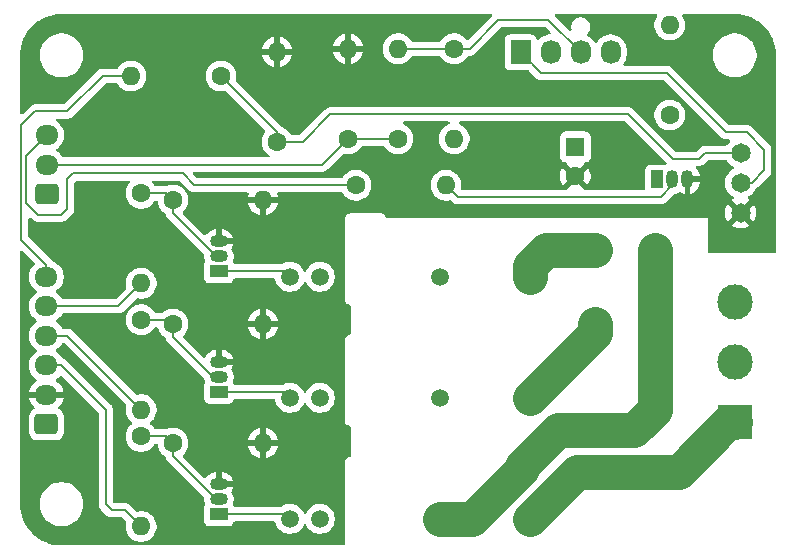
<source format=gbl>
G04 #@! TF.GenerationSoftware,KiCad,Pcbnew,9.0.6*
G04 #@! TF.CreationDate,2025-12-27T08:39:55-07:00*
G04 #@! TF.ProjectId,pifire-relay-pwm-module-SSR,70696669-7265-42d7-9265-6c61792d7077,rev?*
G04 #@! TF.SameCoordinates,Original*
G04 #@! TF.FileFunction,Copper,L2,Bot*
G04 #@! TF.FilePolarity,Positive*
%FSLAX46Y46*%
G04 Gerber Fmt 4.6, Leading zero omitted, Abs format (unit mm)*
G04 Created by KiCad (PCBNEW 9.0.6) date 2025-12-27 08:39:55*
%MOMM*%
%LPD*%
G01*
G04 APERTURE LIST*
G04 Aperture macros list*
%AMRoundRect*
0 Rectangle with rounded corners*
0 $1 Rounding radius*
0 $2 $3 $4 $5 $6 $7 $8 $9 X,Y pos of 4 corners*
0 Add a 4 corners polygon primitive as box body*
4,1,4,$2,$3,$4,$5,$6,$7,$8,$9,$2,$3,0*
0 Add four circle primitives for the rounded corners*
1,1,$1+$1,$2,$3*
1,1,$1+$1,$4,$5*
1,1,$1+$1,$6,$7*
1,1,$1+$1,$8,$9*
0 Add four rect primitives between the rounded corners*
20,1,$1+$1,$2,$3,$4,$5,0*
20,1,$1+$1,$4,$5,$6,$7,0*
20,1,$1+$1,$6,$7,$8,$9,0*
20,1,$1+$1,$8,$9,$2,$3,0*%
G04 Aperture macros list end*
G04 #@! TA.AperFunction,ComponentPad*
%ADD10C,1.600000*%
G04 #@! TD*
G04 #@! TA.AperFunction,ComponentPad*
%ADD11O,1.600000X1.600000*%
G04 #@! TD*
G04 #@! TA.AperFunction,ComponentPad*
%ADD12R,1.508000X1.508000*%
G04 #@! TD*
G04 #@! TA.AperFunction,ComponentPad*
%ADD13C,1.508000*%
G04 #@! TD*
G04 #@! TA.AperFunction,ComponentPad*
%ADD14R,1.500000X1.050000*%
G04 #@! TD*
G04 #@! TA.AperFunction,ComponentPad*
%ADD15O,1.500000X1.050000*%
G04 #@! TD*
G04 #@! TA.AperFunction,ComponentPad*
%ADD16C,2.000000*%
G04 #@! TD*
G04 #@! TA.AperFunction,ComponentPad*
%ADD17R,1.730000X2.030000*%
G04 #@! TD*
G04 #@! TA.AperFunction,ComponentPad*
%ADD18O,1.730000X2.030000*%
G04 #@! TD*
G04 #@! TA.AperFunction,ComponentPad*
%ADD19RoundRect,0.250000X0.725000X-0.600000X0.725000X0.600000X-0.725000X0.600000X-0.725000X-0.600000X0*%
G04 #@! TD*
G04 #@! TA.AperFunction,ComponentPad*
%ADD20O,1.950000X1.700000*%
G04 #@! TD*
G04 #@! TA.AperFunction,ComponentPad*
%ADD21R,3.000000X3.000000*%
G04 #@! TD*
G04 #@! TA.AperFunction,ComponentPad*
%ADD22C,3.000000*%
G04 #@! TD*
G04 #@! TA.AperFunction,ComponentPad*
%ADD23C,1.651000*%
G04 #@! TD*
G04 #@! TA.AperFunction,ComponentPad*
%ADD24R,1.050000X1.500000*%
G04 #@! TD*
G04 #@! TA.AperFunction,ComponentPad*
%ADD25O,1.050000X1.500000*%
G04 #@! TD*
G04 #@! TA.AperFunction,ComponentPad*
%ADD26R,1.600000X1.600000*%
G04 #@! TD*
G04 #@! TA.AperFunction,Conductor*
%ADD27C,3.000000*%
G04 #@! TD*
G04 #@! TA.AperFunction,Conductor*
%ADD28C,0.200000*%
G04 #@! TD*
G04 APERTURE END LIST*
D10*
X62250000Y-28440000D03*
D11*
X62250000Y-36060000D03*
D12*
X68660000Y-68250000D03*
D13*
X61040000Y-68250000D03*
X50880000Y-68250000D03*
X48340000Y-68250000D03*
D10*
X53940000Y-40000000D03*
D11*
X61560000Y-40000000D03*
D10*
X38440000Y-61832500D03*
D11*
X46060000Y-61832500D03*
D14*
X42332500Y-67852500D03*
D15*
X42332500Y-66582500D03*
X42332500Y-65312500D03*
D10*
X38440000Y-41250000D03*
D11*
X46060000Y-41250000D03*
D16*
X79250000Y-51750000D03*
X74170000Y-51740000D03*
D10*
X53250000Y-36060000D03*
D11*
X53250000Y-28440000D03*
D12*
X68660000Y-47750000D03*
D13*
X61040000Y-47750000D03*
X50880000Y-47750000D03*
X48340000Y-47750000D03*
D17*
X67880000Y-28750000D03*
D18*
X70420000Y-28750000D03*
X72960000Y-28750000D03*
X75500000Y-28750000D03*
D10*
X38440000Y-51750000D03*
D11*
X46060000Y-51750000D03*
D10*
X35750000Y-51380000D03*
D11*
X35750000Y-59000000D03*
D10*
X57500000Y-36060000D03*
D11*
X57500000Y-28440000D03*
D10*
X42500000Y-30750000D03*
D11*
X34880000Y-30750000D03*
D19*
X27725000Y-60250000D03*
D20*
X27725000Y-57750000D03*
X27725000Y-55250000D03*
X27725000Y-52750000D03*
X27725000Y-50250000D03*
X27725000Y-47750000D03*
D21*
X86000000Y-60080000D03*
D22*
X86000000Y-55000000D03*
X86000000Y-49920000D03*
D12*
X68660000Y-58000000D03*
D13*
X61040000Y-58000000D03*
X50880000Y-58000000D03*
X48340000Y-58000000D03*
D19*
X27750000Y-40750000D03*
D20*
X27750000Y-38250000D03*
X27750000Y-35750000D03*
D10*
X35750000Y-61272500D03*
D11*
X35750000Y-68892500D03*
D10*
X47250000Y-36310000D03*
D11*
X47250000Y-28690000D03*
D23*
X86500000Y-37250000D03*
X86500000Y-39790000D03*
X86500000Y-42330000D03*
D24*
X79460000Y-39500000D03*
D25*
X80730000Y-39500000D03*
X82000000Y-39500000D03*
D14*
X42332500Y-57500000D03*
D15*
X42332500Y-56230000D03*
X42332500Y-54960000D03*
D10*
X80500000Y-34060000D03*
D11*
X80500000Y-26440000D03*
D10*
X35750000Y-40690000D03*
D11*
X35750000Y-48310000D03*
D16*
X79250000Y-45500000D03*
X74170000Y-45490000D03*
D26*
X72500000Y-36750000D03*
D10*
X72500000Y-39250000D03*
D14*
X42332500Y-47290000D03*
D15*
X42332500Y-46020000D03*
X42332500Y-44750000D03*
D27*
X63750000Y-68250000D02*
X68000000Y-64000000D01*
X61040000Y-68250000D02*
X63750000Y-68250000D01*
X79250000Y-59000000D02*
X79250000Y-51750000D01*
X68000000Y-63750000D02*
X71000000Y-60750000D01*
X79250000Y-51750000D02*
X79250000Y-45500000D01*
X71000000Y-60750000D02*
X77500000Y-60750000D01*
X77500000Y-60750000D02*
X79250000Y-59000000D01*
X68000000Y-64000000D02*
X68000000Y-63750000D01*
X68660000Y-47750000D02*
X68660000Y-46840000D01*
X68660000Y-46840000D02*
X70010000Y-45490000D01*
X70010000Y-45490000D02*
X74170000Y-45490000D01*
D28*
X47880000Y-47290000D02*
X48340000Y-47750000D01*
X42332500Y-47290000D02*
X47880000Y-47290000D01*
X37880000Y-40690000D02*
X38440000Y-41250000D01*
X38440000Y-42381370D02*
X42078630Y-46020000D01*
X42078630Y-46020000D02*
X42332500Y-46020000D01*
X38440000Y-41250000D02*
X38440000Y-42381370D01*
X35750000Y-40690000D02*
X37880000Y-40690000D01*
X33810000Y-50250000D02*
X35750000Y-48310000D01*
X27725000Y-50250000D02*
X33810000Y-50250000D01*
X68660000Y-58000000D02*
X68680000Y-58000000D01*
X68660000Y-58000000D02*
X68660000Y-57250000D01*
D27*
X74170000Y-51740000D02*
X74170000Y-52490000D01*
X74170000Y-52490000D02*
X68660000Y-58000000D01*
D28*
X26000000Y-41500000D02*
X26000000Y-37500000D01*
X26000000Y-37500000D02*
X27750000Y-35750000D01*
X30000000Y-39000000D02*
X29500000Y-39500000D01*
X40250000Y-40000000D02*
X39250000Y-39000000D01*
X27000000Y-42500000D02*
X26000000Y-41500000D01*
X53940000Y-40000000D02*
X40250000Y-40000000D01*
X29000000Y-42500000D02*
X27000000Y-42500000D01*
X39250000Y-39000000D02*
X30000000Y-39000000D01*
X29500000Y-42000000D02*
X29000000Y-42500000D01*
X29500000Y-39500000D02*
X29500000Y-42000000D01*
D27*
X81250000Y-64250000D02*
X85420000Y-60080000D01*
X68660000Y-68250000D02*
X72660000Y-64250000D01*
X85420000Y-60080000D02*
X86000000Y-60080000D01*
X72660000Y-64250000D02*
X81250000Y-64250000D01*
D28*
X29500000Y-52750000D02*
X35750000Y-59000000D01*
X27725000Y-52750000D02*
X29500000Y-52750000D01*
X33250000Y-67500000D02*
X34357500Y-67500000D01*
X34357500Y-67500000D02*
X35750000Y-68892500D01*
X32750000Y-59000000D02*
X32750000Y-67000000D01*
X29000000Y-55250000D02*
X32750000Y-59000000D01*
X27725000Y-55250000D02*
X29000000Y-55250000D01*
X32750000Y-67000000D02*
X33250000Y-67500000D01*
X34880000Y-30750000D02*
X32500000Y-30750000D01*
X26750000Y-33750000D02*
X25600000Y-34900000D01*
X25600000Y-44600000D02*
X27725000Y-46725000D01*
X32500000Y-30750000D02*
X29500000Y-33750000D01*
X27725000Y-46725000D02*
X27725000Y-47750000D01*
X29500000Y-33750000D02*
X26750000Y-33750000D01*
X25600000Y-34900000D02*
X25600000Y-44600000D01*
X47840000Y-57500000D02*
X48340000Y-58000000D01*
X42332500Y-57500000D02*
X47840000Y-57500000D01*
X53250000Y-36060000D02*
X57500000Y-36060000D01*
X53250000Y-36060000D02*
X51060000Y-38250000D01*
X51060000Y-38250000D02*
X27750000Y-38250000D01*
X47942500Y-67852500D02*
X48340000Y-68250000D01*
X42332500Y-67852500D02*
X47942500Y-67852500D01*
X35750000Y-51380000D02*
X38070000Y-51380000D01*
X38440000Y-52881370D02*
X41788630Y-56230000D01*
X38070000Y-51380000D02*
X38440000Y-51750000D01*
X38440000Y-51750000D02*
X38440000Y-52881370D01*
X41788630Y-56230000D02*
X42332500Y-56230000D01*
X62560000Y-41000000D02*
X79750000Y-41000000D01*
X79750000Y-41000000D02*
X80730000Y-40020000D01*
X80730000Y-40020000D02*
X80730000Y-39500000D01*
X61560000Y-40000000D02*
X62560000Y-41000000D01*
X37880000Y-61272500D02*
X38440000Y-61832500D01*
X38440000Y-61832500D02*
X38440000Y-62963870D01*
X35750000Y-61272500D02*
X37880000Y-61272500D01*
X42058630Y-66582500D02*
X42332500Y-66582500D01*
X38440000Y-62963870D02*
X42058630Y-66582500D01*
X69630000Y-30500000D02*
X80250000Y-30500000D01*
X80250000Y-30500000D02*
X85250000Y-35500000D01*
X87460000Y-39790000D02*
X86500000Y-39790000D01*
X88500000Y-37000000D02*
X88500000Y-38750000D01*
X67880000Y-28750000D02*
X69630000Y-30500000D01*
X85250000Y-35500000D02*
X87000000Y-35500000D01*
X87000000Y-35500000D02*
X88500000Y-37000000D01*
X88500000Y-38750000D02*
X87460000Y-39790000D01*
X63560000Y-28440000D02*
X66000000Y-26000000D01*
X70210000Y-26000000D02*
X72960000Y-28750000D01*
X66000000Y-26000000D02*
X70210000Y-26000000D01*
X62250000Y-28440000D02*
X63560000Y-28440000D01*
X57500000Y-28440000D02*
X62250000Y-28440000D01*
X51750000Y-34000000D02*
X77000000Y-34000000D01*
X47250000Y-35500000D02*
X47250000Y-36310000D01*
X77000000Y-34000000D02*
X80750000Y-37750000D01*
X47250000Y-36310000D02*
X49440000Y-36310000D01*
X49440000Y-36310000D02*
X51750000Y-34000000D01*
X83500000Y-37250000D02*
X86500000Y-37250000D01*
X80750000Y-37750000D02*
X83000000Y-37750000D01*
X42500000Y-30750000D02*
X47250000Y-35500000D01*
X83000000Y-37750000D02*
X83500000Y-37250000D01*
G04 #@! TA.AperFunction,Conductor*
G36*
X79398756Y-25520185D02*
G01*
X79444511Y-25572989D01*
X79454455Y-25642147D01*
X79432035Y-25697385D01*
X79387715Y-25758386D01*
X79294781Y-25940776D01*
X79231522Y-26135465D01*
X79199500Y-26337648D01*
X79199500Y-26542351D01*
X79231522Y-26744534D01*
X79294781Y-26939223D01*
X79310045Y-26969179D01*
X79376849Y-27100289D01*
X79387715Y-27121613D01*
X79508028Y-27287213D01*
X79652786Y-27431971D01*
X79807749Y-27544556D01*
X79818390Y-27552287D01*
X79923295Y-27605739D01*
X80000776Y-27645218D01*
X80000778Y-27645218D01*
X80000781Y-27645220D01*
X80086750Y-27673153D01*
X80195465Y-27708477D01*
X80296557Y-27724488D01*
X80397648Y-27740500D01*
X80397649Y-27740500D01*
X80602351Y-27740500D01*
X80602352Y-27740500D01*
X80804534Y-27708477D01*
X80999219Y-27645220D01*
X81181610Y-27552287D01*
X81311298Y-27458064D01*
X81347213Y-27431971D01*
X81347215Y-27431968D01*
X81347219Y-27431966D01*
X81491966Y-27287219D01*
X81491968Y-27287215D01*
X81491971Y-27287213D01*
X81581932Y-27163390D01*
X81612287Y-27121610D01*
X81705220Y-26939219D01*
X81768477Y-26744534D01*
X81800500Y-26542352D01*
X81800500Y-26337648D01*
X81768477Y-26135466D01*
X81754970Y-26093897D01*
X81714133Y-25968213D01*
X81705220Y-25940781D01*
X81705218Y-25940778D01*
X81705218Y-25940776D01*
X81643813Y-25820264D01*
X81612287Y-25758390D01*
X81603226Y-25745918D01*
X81567965Y-25697385D01*
X81544485Y-25631579D01*
X81560311Y-25563525D01*
X81610416Y-25514830D01*
X81668283Y-25500500D01*
X85934108Y-25500500D01*
X85996949Y-25500500D01*
X86003032Y-25500648D01*
X86336929Y-25517052D01*
X86349037Y-25518245D01*
X86362116Y-25520185D01*
X86676699Y-25566849D01*
X86688617Y-25569219D01*
X87009951Y-25649709D01*
X87021588Y-25653240D01*
X87092806Y-25678722D01*
X87333467Y-25764832D01*
X87344688Y-25769479D01*
X87644163Y-25911120D01*
X87654871Y-25916844D01*
X87926598Y-26079711D01*
X87938988Y-26087137D01*
X87949106Y-26093897D01*
X88215170Y-26291224D01*
X88224576Y-26298944D01*
X88470013Y-26521395D01*
X88478604Y-26529986D01*
X88665755Y-26736475D01*
X88701055Y-26775423D01*
X88708775Y-26784829D01*
X88906102Y-27050893D01*
X88912862Y-27061011D01*
X89078149Y-27336777D01*
X89083148Y-27345116D01*
X89088883Y-27355844D01*
X89223094Y-27639610D01*
X89230514Y-27655297D01*
X89235170Y-27666540D01*
X89346759Y-27978411D01*
X89350292Y-27990055D01*
X89430777Y-28311369D01*
X89433151Y-28323305D01*
X89481754Y-28650962D01*
X89482947Y-28663071D01*
X89499351Y-28996966D01*
X89499500Y-29003051D01*
X89499500Y-45626000D01*
X89479815Y-45693039D01*
X89427011Y-45738794D01*
X89375500Y-45750000D01*
X83874000Y-45750000D01*
X83806961Y-45730315D01*
X83761206Y-45677511D01*
X83750000Y-45626000D01*
X83750000Y-42750000D01*
X56577351Y-42750000D01*
X56510312Y-42730315D01*
X56469964Y-42688000D01*
X56400502Y-42567689D01*
X56400497Y-42567683D01*
X56307316Y-42474502D01*
X56307314Y-42474500D01*
X56250250Y-42441554D01*
X56193187Y-42408608D01*
X56129539Y-42391554D01*
X56065892Y-42374500D01*
X53565892Y-42374500D01*
X53434108Y-42374500D01*
X53306812Y-42408608D01*
X53192686Y-42474500D01*
X53192683Y-42474502D01*
X53099502Y-42567683D01*
X53099500Y-42567686D01*
X53033608Y-42681812D01*
X52999500Y-42809108D01*
X52999500Y-49690891D01*
X53033608Y-49818187D01*
X53047127Y-49841602D01*
X53099500Y-49932314D01*
X53192686Y-50025500D01*
X53306814Y-50091392D01*
X53408095Y-50118529D01*
X53467753Y-50154892D01*
X53498283Y-50217739D01*
X53500000Y-50238303D01*
X53500000Y-52511696D01*
X53480315Y-52578735D01*
X53427511Y-52624490D01*
X53408097Y-52631469D01*
X53366853Y-52642520D01*
X53306812Y-52658608D01*
X53192686Y-52724500D01*
X53192683Y-52724502D01*
X53099502Y-52817683D01*
X53099500Y-52817686D01*
X53033608Y-52931812D01*
X53006300Y-53033730D01*
X52999500Y-53059108D01*
X52999500Y-59940892D01*
X53016554Y-60004539D01*
X53033608Y-60068187D01*
X53046930Y-60091261D01*
X53099500Y-60182314D01*
X53192686Y-60275500D01*
X53306814Y-60341392D01*
X53408095Y-60368529D01*
X53467753Y-60404892D01*
X53498283Y-60467739D01*
X53500000Y-60488303D01*
X53500000Y-62886696D01*
X53480315Y-62953735D01*
X53427511Y-62999490D01*
X53408097Y-63006469D01*
X53366853Y-63017520D01*
X53306812Y-63033608D01*
X53192686Y-63099500D01*
X53192683Y-63099502D01*
X53099502Y-63192683D01*
X53099500Y-63192686D01*
X53033608Y-63306812D01*
X52999500Y-63434108D01*
X52999500Y-70315891D01*
X53006873Y-70343407D01*
X53005210Y-70413256D01*
X52966048Y-70471119D01*
X52901819Y-70498623D01*
X52887098Y-70499500D01*
X29003051Y-70499500D01*
X28996968Y-70499351D01*
X28976900Y-70498365D01*
X28663071Y-70482947D01*
X28650962Y-70481754D01*
X28323305Y-70433151D01*
X28311369Y-70430777D01*
X27990055Y-70350292D01*
X27978411Y-70346759D01*
X27666540Y-70235170D01*
X27655301Y-70230515D01*
X27355844Y-70088883D01*
X27345121Y-70083150D01*
X27061011Y-69912862D01*
X27050893Y-69906102D01*
X26784829Y-69708775D01*
X26775423Y-69701055D01*
X26635364Y-69574113D01*
X26529986Y-69478604D01*
X26521395Y-69470013D01*
X26298944Y-69224576D01*
X26291224Y-69215170D01*
X26093897Y-68949106D01*
X26087137Y-68938988D01*
X26068267Y-68907505D01*
X25916844Y-68654871D01*
X25911120Y-68644163D01*
X25769479Y-68344688D01*
X25764829Y-68333459D01*
X25725212Y-68222738D01*
X25681475Y-68100500D01*
X25653240Y-68021588D01*
X25649707Y-68009944D01*
X25642337Y-67980520D01*
X25569219Y-67688617D01*
X25566848Y-67676694D01*
X25556299Y-67605581D01*
X25520361Y-67363303D01*
X25518245Y-67349037D01*
X25517052Y-67336927D01*
X25514237Y-67279635D01*
X25500649Y-67003032D01*
X25500500Y-66996948D01*
X25500500Y-66878711D01*
X27149500Y-66878711D01*
X27149500Y-67121288D01*
X27181161Y-67361785D01*
X27243947Y-67596104D01*
X27281714Y-67687281D01*
X27336776Y-67820212D01*
X27458064Y-68030289D01*
X27458066Y-68030292D01*
X27458067Y-68030293D01*
X27605733Y-68222736D01*
X27605739Y-68222743D01*
X27777256Y-68394260D01*
X27777263Y-68394266D01*
X27817807Y-68425376D01*
X27969711Y-68541936D01*
X28179788Y-68663224D01*
X28403900Y-68756054D01*
X28638211Y-68818838D01*
X28818586Y-68842584D01*
X28878711Y-68850500D01*
X28878712Y-68850500D01*
X29121289Y-68850500D01*
X29169388Y-68844167D01*
X29361789Y-68818838D01*
X29596100Y-68756054D01*
X29820212Y-68663224D01*
X30030289Y-68541936D01*
X30222738Y-68394265D01*
X30394265Y-68222738D01*
X30541936Y-68030289D01*
X30663224Y-67820212D01*
X30756054Y-67596100D01*
X30818838Y-67361789D01*
X30850500Y-67121288D01*
X30850500Y-66878712D01*
X30818838Y-66638211D01*
X30756054Y-66403900D01*
X30663224Y-66179788D01*
X30541936Y-65969711D01*
X30410189Y-65798015D01*
X30394266Y-65777263D01*
X30394260Y-65777256D01*
X30222743Y-65605739D01*
X30222736Y-65605733D01*
X30030293Y-65458067D01*
X30030292Y-65458066D01*
X30030289Y-65458064D01*
X29820212Y-65336776D01*
X29820205Y-65336773D01*
X29596104Y-65243947D01*
X29478944Y-65212554D01*
X29361789Y-65181162D01*
X29361788Y-65181161D01*
X29361785Y-65181161D01*
X29121289Y-65149500D01*
X29121288Y-65149500D01*
X28878712Y-65149500D01*
X28878711Y-65149500D01*
X28638214Y-65181161D01*
X28403895Y-65243947D01*
X28179794Y-65336773D01*
X28179785Y-65336777D01*
X27969706Y-65458067D01*
X27777263Y-65605733D01*
X27777256Y-65605739D01*
X27605739Y-65777256D01*
X27605733Y-65777263D01*
X27458067Y-65969706D01*
X27336777Y-66179785D01*
X27336773Y-66179794D01*
X27243947Y-66403895D01*
X27181161Y-66638214D01*
X27149500Y-66878711D01*
X25500500Y-66878711D01*
X25500500Y-45649097D01*
X25520185Y-45582058D01*
X25572989Y-45536303D01*
X25642147Y-45526359D01*
X25705703Y-45555384D01*
X25712181Y-45561416D01*
X26707753Y-46556988D01*
X26741238Y-46618311D01*
X26736254Y-46688003D01*
X26707754Y-46732350D01*
X26569889Y-46870215D01*
X26444951Y-47042179D01*
X26348444Y-47231585D01*
X26282753Y-47433760D01*
X26249500Y-47643713D01*
X26249500Y-47856286D01*
X26275683Y-48021602D01*
X26282754Y-48066243D01*
X26338430Y-48237596D01*
X26348444Y-48268414D01*
X26444951Y-48457820D01*
X26569890Y-48629786D01*
X26720209Y-48780105D01*
X26720214Y-48780109D01*
X26884793Y-48899682D01*
X26927459Y-48955011D01*
X26933438Y-49024625D01*
X26900833Y-49086420D01*
X26884793Y-49100318D01*
X26720214Y-49219890D01*
X26720209Y-49219894D01*
X26569890Y-49370213D01*
X26444951Y-49542179D01*
X26348444Y-49731585D01*
X26282753Y-49933760D01*
X26249500Y-50143713D01*
X26249500Y-50356286D01*
X26279354Y-50544781D01*
X26282754Y-50566243D01*
X26345195Y-50758417D01*
X26348444Y-50768414D01*
X26444951Y-50957820D01*
X26569890Y-51129786D01*
X26720209Y-51280105D01*
X26720214Y-51280109D01*
X26884793Y-51399682D01*
X26927459Y-51455011D01*
X26933438Y-51524625D01*
X26900833Y-51586420D01*
X26884793Y-51600318D01*
X26720214Y-51719890D01*
X26720209Y-51719894D01*
X26569890Y-51870213D01*
X26444951Y-52042179D01*
X26348444Y-52231585D01*
X26282753Y-52433760D01*
X26258765Y-52585218D01*
X26249500Y-52643713D01*
X26249500Y-52856287D01*
X26282754Y-53066243D01*
X26342488Y-53250086D01*
X26348444Y-53268414D01*
X26444951Y-53457820D01*
X26569890Y-53629786D01*
X26720209Y-53780105D01*
X26720214Y-53780109D01*
X26884793Y-53899682D01*
X26927459Y-53955011D01*
X26933438Y-54024625D01*
X26900833Y-54086420D01*
X26884793Y-54100318D01*
X26720214Y-54219890D01*
X26720209Y-54219894D01*
X26569890Y-54370213D01*
X26444951Y-54542179D01*
X26348444Y-54731585D01*
X26282753Y-54933760D01*
X26281715Y-54940315D01*
X26249500Y-55143713D01*
X26249500Y-55356287D01*
X26282754Y-55566243D01*
X26340591Y-55744247D01*
X26348444Y-55768414D01*
X26444951Y-55957820D01*
X26569890Y-56129786D01*
X26720209Y-56280105D01*
X26720214Y-56280109D01*
X26885218Y-56399991D01*
X26927884Y-56455320D01*
X26933863Y-56524934D01*
X26901258Y-56586729D01*
X26885218Y-56600627D01*
X26720540Y-56720272D01*
X26720535Y-56720276D01*
X26570276Y-56870535D01*
X26570272Y-56870540D01*
X26445379Y-57042442D01*
X26348904Y-57231782D01*
X26283242Y-57433870D01*
X26283242Y-57433873D01*
X26272769Y-57500000D01*
X27320854Y-57500000D01*
X27282370Y-57566657D01*
X27250000Y-57687465D01*
X27250000Y-57812535D01*
X27282370Y-57933343D01*
X27320854Y-58000000D01*
X26272769Y-58000000D01*
X26283242Y-58066126D01*
X26283242Y-58066129D01*
X26348904Y-58268217D01*
X26445379Y-58457557D01*
X26570272Y-58629459D01*
X26570276Y-58629464D01*
X26709143Y-58768331D01*
X26742628Y-58829654D01*
X26737644Y-58899346D01*
X26695772Y-58955279D01*
X26686559Y-58961551D01*
X26531342Y-59057289D01*
X26407289Y-59181342D01*
X26315187Y-59330663D01*
X26315186Y-59330666D01*
X26260001Y-59497203D01*
X26260001Y-59497204D01*
X26260000Y-59497204D01*
X26249500Y-59599983D01*
X26249500Y-60900001D01*
X26249501Y-60900018D01*
X26260000Y-61002796D01*
X26260001Y-61002799D01*
X26309073Y-61150886D01*
X26315186Y-61169334D01*
X26407288Y-61318656D01*
X26531344Y-61442712D01*
X26680666Y-61534814D01*
X26847203Y-61589999D01*
X26949991Y-61600500D01*
X28500008Y-61600499D01*
X28602797Y-61589999D01*
X28769334Y-61534814D01*
X28918656Y-61442712D01*
X29042712Y-61318656D01*
X29134814Y-61169334D01*
X29189999Y-61002797D01*
X29200500Y-60900009D01*
X29200499Y-59599992D01*
X29189999Y-59497203D01*
X29134814Y-59330666D01*
X29042712Y-59181344D01*
X28918656Y-59057288D01*
X28769334Y-58965186D01*
X28769332Y-58965185D01*
X28763440Y-58961551D01*
X28716716Y-58909603D01*
X28705493Y-58840641D01*
X28733337Y-58776558D01*
X28740856Y-58768330D01*
X28879728Y-58629458D01*
X29004620Y-58457557D01*
X29101095Y-58268217D01*
X29166757Y-58066129D01*
X29166757Y-58066126D01*
X29177231Y-58000000D01*
X28129146Y-58000000D01*
X28167630Y-57933343D01*
X28200000Y-57812535D01*
X28200000Y-57687465D01*
X28167630Y-57566657D01*
X28129146Y-57500000D01*
X29177231Y-57500000D01*
X29166757Y-57433873D01*
X29166757Y-57433870D01*
X29101095Y-57231782D01*
X29004620Y-57042442D01*
X28879727Y-56870540D01*
X28879723Y-56870535D01*
X28729464Y-56720276D01*
X28729459Y-56720272D01*
X28564781Y-56600627D01*
X28522115Y-56545297D01*
X28516136Y-56475684D01*
X28548741Y-56413889D01*
X28564776Y-56399994D01*
X28729792Y-56280104D01*
X28867652Y-56142243D01*
X28928971Y-56108761D01*
X28998663Y-56113745D01*
X29043011Y-56142246D01*
X32113181Y-59212416D01*
X32146666Y-59273739D01*
X32149500Y-59300097D01*
X32149500Y-66913330D01*
X32149499Y-66913348D01*
X32149499Y-67079054D01*
X32149498Y-67079054D01*
X32190424Y-67231789D01*
X32190425Y-67231790D01*
X32211455Y-67268214D01*
X32211456Y-67268216D01*
X32269475Y-67368709D01*
X32269479Y-67368714D01*
X32269480Y-67368716D01*
X32381284Y-67480520D01*
X32381285Y-67480521D01*
X32881284Y-67980520D01*
X32881286Y-67980521D01*
X32881290Y-67980524D01*
X32967487Y-68030289D01*
X33018216Y-68059577D01*
X33170943Y-68100501D01*
X33170945Y-68100501D01*
X33336654Y-68100501D01*
X33336670Y-68100500D01*
X34057403Y-68100500D01*
X34124442Y-68120185D01*
X34145084Y-68136819D01*
X34455922Y-68447657D01*
X34489407Y-68508980D01*
X34486173Y-68573655D01*
X34481522Y-68587968D01*
X34449500Y-68790148D01*
X34449500Y-68994851D01*
X34481522Y-69197034D01*
X34544781Y-69391723D01*
X34637715Y-69574113D01*
X34758028Y-69739713D01*
X34902786Y-69884471D01*
X35057749Y-69997056D01*
X35068390Y-70004787D01*
X35153285Y-70048043D01*
X35250776Y-70097718D01*
X35250778Y-70097718D01*
X35250781Y-70097720D01*
X35355137Y-70131627D01*
X35445465Y-70160977D01*
X35546557Y-70176988D01*
X35647648Y-70193000D01*
X35647649Y-70193000D01*
X35852351Y-70193000D01*
X35852352Y-70193000D01*
X36054534Y-70160977D01*
X36249219Y-70097720D01*
X36431610Y-70004787D01*
X36562449Y-69909728D01*
X36597213Y-69884471D01*
X36597215Y-69884468D01*
X36597219Y-69884466D01*
X36741966Y-69739719D01*
X36741968Y-69739715D01*
X36741971Y-69739713D01*
X36794732Y-69667090D01*
X36862287Y-69574110D01*
X36955220Y-69391719D01*
X37018477Y-69197034D01*
X37050500Y-68994852D01*
X37050500Y-68790148D01*
X37040008Y-68723908D01*
X37018477Y-68587965D01*
X36981020Y-68472685D01*
X36955220Y-68393281D01*
X36955218Y-68393278D01*
X36955218Y-68393276D01*
X36868326Y-68222743D01*
X36862287Y-68210890D01*
X36854556Y-68200249D01*
X36741971Y-68045286D01*
X36597213Y-67900528D01*
X36431613Y-67780215D01*
X36431612Y-67780214D01*
X36431610Y-67780213D01*
X36374653Y-67751191D01*
X36249223Y-67687281D01*
X36054534Y-67624022D01*
X35878238Y-67596100D01*
X35852352Y-67592000D01*
X35647648Y-67592000D01*
X35621762Y-67596100D01*
X35445468Y-67624022D01*
X35436717Y-67626865D01*
X35431154Y-67628673D01*
X35361313Y-67630667D01*
X35305157Y-67598422D01*
X34845090Y-67138355D01*
X34845088Y-67138352D01*
X34726217Y-67019481D01*
X34726216Y-67019480D01*
X34639404Y-66969360D01*
X34639404Y-66969359D01*
X34639400Y-66969358D01*
X34589285Y-66940423D01*
X34436557Y-66899499D01*
X34278443Y-66899499D01*
X34270847Y-66899499D01*
X34270831Y-66899500D01*
X33550098Y-66899500D01*
X33520657Y-66890855D01*
X33490671Y-66884332D01*
X33485655Y-66880577D01*
X33483059Y-66879815D01*
X33462417Y-66863181D01*
X33386819Y-66787583D01*
X33353334Y-66726260D01*
X33350500Y-66699902D01*
X33350500Y-59089059D01*
X33350501Y-59089046D01*
X33350501Y-58920945D01*
X33350501Y-58920943D01*
X33309577Y-58768215D01*
X33238103Y-58644419D01*
X33230520Y-58631284D01*
X33118716Y-58519480D01*
X33118713Y-58519478D01*
X29487590Y-54888355D01*
X29487588Y-54888352D01*
X29368717Y-54769481D01*
X29368716Y-54769480D01*
X29281904Y-54719360D01*
X29231785Y-54690423D01*
X29104643Y-54656355D01*
X29099429Y-54654444D01*
X29075622Y-54636834D01*
X29050342Y-54621425D01*
X29045694Y-54614697D01*
X29043256Y-54612894D01*
X29041802Y-54609063D01*
X29031611Y-54594311D01*
X29005051Y-54542184D01*
X28955866Y-54474486D01*
X28880109Y-54370213D01*
X28729792Y-54219896D01*
X28729784Y-54219890D01*
X28565204Y-54100316D01*
X28522540Y-54044989D01*
X28516561Y-53975376D01*
X28549166Y-53913580D01*
X28565199Y-53899686D01*
X28729792Y-53780104D01*
X28880104Y-53629792D01*
X28880106Y-53629788D01*
X28880109Y-53629786D01*
X28979693Y-53492718D01*
X29005051Y-53457816D01*
X29005349Y-53457230D01*
X29025235Y-53418205D01*
X29035683Y-53407142D01*
X29042006Y-53393297D01*
X29059187Y-53382255D01*
X29073209Y-53367409D01*
X29088888Y-53363167D01*
X29100784Y-53355523D01*
X29135719Y-53350500D01*
X29199903Y-53350500D01*
X29266942Y-53370185D01*
X29287584Y-53386819D01*
X34455921Y-58555157D01*
X34489406Y-58616480D01*
X34486173Y-58681149D01*
X34481523Y-58695460D01*
X34481523Y-58695462D01*
X34449500Y-58897648D01*
X34449500Y-59102351D01*
X34481522Y-59304534D01*
X34544781Y-59499223D01*
X34637715Y-59681613D01*
X34758028Y-59847213D01*
X34902782Y-59991967D01*
X34902787Y-59991971D01*
X34963294Y-60035932D01*
X35005960Y-60091261D01*
X35011939Y-60160875D01*
X34979334Y-60222670D01*
X34963294Y-60236568D01*
X34902787Y-60280528D01*
X34902782Y-60280532D01*
X34758028Y-60425286D01*
X34637715Y-60590886D01*
X34544781Y-60773276D01*
X34481522Y-60967965D01*
X34449500Y-61170148D01*
X34449500Y-61374851D01*
X34481522Y-61577034D01*
X34544781Y-61771723D01*
X34570568Y-61822331D01*
X34633320Y-61945489D01*
X34637715Y-61954113D01*
X34758028Y-62119713D01*
X34902786Y-62264471D01*
X35057749Y-62377056D01*
X35068390Y-62384787D01*
X35153493Y-62428149D01*
X35250776Y-62477718D01*
X35250778Y-62477718D01*
X35250781Y-62477720D01*
X35355137Y-62511627D01*
X35445465Y-62540977D01*
X35546557Y-62556988D01*
X35647648Y-62573000D01*
X35647649Y-62573000D01*
X35852351Y-62573000D01*
X35852352Y-62573000D01*
X36054534Y-62540977D01*
X36249219Y-62477720D01*
X36431610Y-62384787D01*
X36524590Y-62317232D01*
X36597213Y-62264471D01*
X36597215Y-62264468D01*
X36597219Y-62264466D01*
X36741966Y-62119719D01*
X36741968Y-62119715D01*
X36741971Y-62119713D01*
X36862284Y-61954114D01*
X36862285Y-61954113D01*
X36862287Y-61954110D01*
X36869117Y-61940704D01*
X36879566Y-61929640D01*
X36885889Y-61915797D01*
X36903068Y-61904756D01*
X36917091Y-61889909D01*
X36932772Y-61885667D01*
X36944667Y-61878023D01*
X36979602Y-61873000D01*
X37023798Y-61873000D01*
X37090837Y-61892685D01*
X37136592Y-61945489D01*
X37146271Y-61977602D01*
X37171522Y-62137034D01*
X37234781Y-62331723D01*
X37298691Y-62457153D01*
X37309171Y-62477720D01*
X37327715Y-62514113D01*
X37448028Y-62679713D01*
X37592786Y-62824471D01*
X37758385Y-62944784D01*
X37758387Y-62944785D01*
X37758390Y-62944787D01*
X37773351Y-62952410D01*
X37824147Y-63000381D01*
X37836133Y-63035414D01*
X37837396Y-63035076D01*
X37839499Y-63042924D01*
X37839499Y-63042927D01*
X37879627Y-63192683D01*
X37880423Y-63195655D01*
X37909358Y-63245770D01*
X37909359Y-63245774D01*
X37909360Y-63245774D01*
X37959479Y-63332584D01*
X37959481Y-63332587D01*
X38078349Y-63451455D01*
X38078354Y-63451459D01*
X41045682Y-66418788D01*
X41079166Y-66480109D01*
X41082000Y-66506467D01*
X41082000Y-66683507D01*
X41121407Y-66881619D01*
X41121409Y-66881627D01*
X41154825Y-66962300D01*
X41162294Y-67031770D01*
X41142538Y-67077160D01*
X41142954Y-67077387D01*
X41140419Y-67082028D01*
X41139537Y-67084056D01*
X41138706Y-67085165D01*
X41138702Y-67085172D01*
X41088408Y-67220017D01*
X41082001Y-67279616D01*
X41082000Y-67279635D01*
X41082000Y-68425370D01*
X41082001Y-68425376D01*
X41088408Y-68484983D01*
X41138702Y-68619828D01*
X41138706Y-68619835D01*
X41224952Y-68735044D01*
X41224955Y-68735047D01*
X41340164Y-68821293D01*
X41340171Y-68821297D01*
X41475017Y-68871591D01*
X41475016Y-68871591D01*
X41481944Y-68872335D01*
X41534627Y-68878000D01*
X43130372Y-68877999D01*
X43189983Y-68871591D01*
X43324831Y-68821296D01*
X43440046Y-68735046D01*
X43526296Y-68619831D01*
X43555349Y-68541936D01*
X43558434Y-68533666D01*
X43600306Y-68477733D01*
X43665770Y-68453316D01*
X43674616Y-68453000D01*
X46996846Y-68453000D01*
X47063885Y-68472685D01*
X47109640Y-68525489D01*
X47114392Y-68539288D01*
X47114884Y-68539129D01*
X47152495Y-68654883D01*
X47177409Y-68731561D01*
X47267056Y-68907501D01*
X47267058Y-68907504D01*
X47383115Y-69067246D01*
X47522753Y-69206884D01*
X47672234Y-69315486D01*
X47682499Y-69322944D01*
X47858439Y-69412591D01*
X47983637Y-69453270D01*
X48046236Y-69473610D01*
X48241264Y-69504500D01*
X48241269Y-69504500D01*
X48438736Y-69504500D01*
X48633763Y-69473610D01*
X48644855Y-69470006D01*
X48821561Y-69412591D01*
X48997501Y-69322944D01*
X49087192Y-69257779D01*
X49157246Y-69206884D01*
X49157248Y-69206881D01*
X49157252Y-69206879D01*
X49296879Y-69067252D01*
X49296881Y-69067248D01*
X49296884Y-69067246D01*
X49412941Y-68907505D01*
X49412942Y-68907504D01*
X49412944Y-68907501D01*
X49499517Y-68737593D01*
X49547490Y-68686800D01*
X49615311Y-68670005D01*
X49681446Y-68692542D01*
X49720482Y-68737593D01*
X49778012Y-68850500D01*
X49807058Y-68907505D01*
X49923115Y-69067246D01*
X50062753Y-69206884D01*
X50212234Y-69315486D01*
X50222499Y-69322944D01*
X50398439Y-69412591D01*
X50523637Y-69453270D01*
X50586236Y-69473610D01*
X50781264Y-69504500D01*
X50781269Y-69504500D01*
X50978736Y-69504500D01*
X51173763Y-69473610D01*
X51184855Y-69470006D01*
X51361561Y-69412591D01*
X51537501Y-69322944D01*
X51627192Y-69257779D01*
X51697246Y-69206884D01*
X51697248Y-69206881D01*
X51697252Y-69206879D01*
X51836879Y-69067252D01*
X51836881Y-69067248D01*
X51836884Y-69067246D01*
X51922716Y-68949106D01*
X51952944Y-68907501D01*
X52042591Y-68731561D01*
X52103610Y-68543763D01*
X52114868Y-68472685D01*
X52134500Y-68348736D01*
X52134500Y-68151263D01*
X52103610Y-67956236D01*
X52062591Y-67829994D01*
X52042591Y-67768439D01*
X51952944Y-67592499D01*
X51945486Y-67582234D01*
X51836884Y-67432753D01*
X51697246Y-67293115D01*
X51537504Y-67177058D01*
X51537503Y-67177057D01*
X51537501Y-67177056D01*
X51361561Y-67087409D01*
X51354655Y-67085165D01*
X51173763Y-67026389D01*
X50978736Y-66995500D01*
X50978731Y-66995500D01*
X50781269Y-66995500D01*
X50781264Y-66995500D01*
X50586236Y-67026389D01*
X50398441Y-67087408D01*
X50222495Y-67177058D01*
X50062753Y-67293115D01*
X49923115Y-67432753D01*
X49807058Y-67592495D01*
X49807056Y-67592499D01*
X49776661Y-67652153D01*
X49720485Y-67762403D01*
X49672510Y-67813199D01*
X49604689Y-67829994D01*
X49538554Y-67807456D01*
X49499515Y-67762403D01*
X49412944Y-67592499D01*
X49405486Y-67582234D01*
X49296884Y-67432753D01*
X49157246Y-67293115D01*
X48997504Y-67177058D01*
X48997503Y-67177057D01*
X48997501Y-67177056D01*
X48821561Y-67087409D01*
X48814655Y-67085165D01*
X48633763Y-67026389D01*
X48438736Y-66995500D01*
X48438731Y-66995500D01*
X48241269Y-66995500D01*
X48241264Y-66995500D01*
X48046236Y-67026389D01*
X47858441Y-67087408D01*
X47682495Y-67177058D01*
X47611942Y-67228318D01*
X47546136Y-67251798D01*
X47539057Y-67252000D01*
X43674615Y-67252000D01*
X43655811Y-67246478D01*
X43636219Y-67245906D01*
X43622974Y-67236836D01*
X43607576Y-67232315D01*
X43594742Y-67217504D01*
X43578570Y-67206430D01*
X43565681Y-67183965D01*
X43561821Y-67179511D01*
X43560364Y-67176194D01*
X43559345Y-67173780D01*
X43526296Y-67085169D01*
X43516379Y-67071922D01*
X43510484Y-67057946D01*
X43508174Y-67037696D01*
X43501051Y-67018599D01*
X43503952Y-67000692D01*
X43502565Y-66988527D01*
X43507572Y-66978359D01*
X43510175Y-66962298D01*
X43543589Y-66881632D01*
X43543589Y-66881631D01*
X43543591Y-66881627D01*
X43583000Y-66683503D01*
X43583000Y-66481497D01*
X43543591Y-66283373D01*
X43466286Y-66096744D01*
X43412294Y-66015939D01*
X43391417Y-65949264D01*
X43409901Y-65881884D01*
X43412296Y-65878158D01*
X43465844Y-65798018D01*
X43465846Y-65798015D01*
X43543109Y-65611483D01*
X43543112Y-65611474D01*
X43552853Y-65562500D01*
X42698366Y-65562500D01*
X42695547Y-65562468D01*
X42684759Y-65562222D01*
X42658503Y-65557000D01*
X42618330Y-65557000D01*
X42632575Y-65542755D01*
X42681944Y-65457245D01*
X42707500Y-65361870D01*
X42707500Y-65263130D01*
X42681944Y-65167755D01*
X42632575Y-65082245D01*
X42612830Y-65062500D01*
X43552853Y-65062500D01*
X43543112Y-65013525D01*
X43543109Y-65013516D01*
X43465847Y-64826986D01*
X43465840Y-64826973D01*
X43353670Y-64659100D01*
X43353667Y-64659096D01*
X43210903Y-64516332D01*
X43210899Y-64516329D01*
X43043026Y-64404159D01*
X43043013Y-64404152D01*
X42856483Y-64326890D01*
X42856474Y-64326887D01*
X42658458Y-64287500D01*
X42582500Y-64287500D01*
X42582500Y-65032170D01*
X42562755Y-65012425D01*
X42477245Y-64963056D01*
X42381870Y-64937500D01*
X42283130Y-64937500D01*
X42187755Y-64963056D01*
X42102245Y-65012425D01*
X42082500Y-65032170D01*
X42082500Y-64287500D01*
X42006541Y-64287500D01*
X41808525Y-64326887D01*
X41808516Y-64326890D01*
X41621986Y-64404152D01*
X41621973Y-64404159D01*
X41454100Y-64516329D01*
X41454096Y-64516332D01*
X41311332Y-64659096D01*
X41264349Y-64729411D01*
X41210736Y-64774215D01*
X41141411Y-64782922D01*
X41078384Y-64752767D01*
X41073566Y-64748200D01*
X39306206Y-62980841D01*
X39272721Y-62919518D01*
X39277705Y-62849826D01*
X39306206Y-62805479D01*
X39431966Y-62679719D01*
X39431968Y-62679715D01*
X39431971Y-62679713D01*
X39532767Y-62540977D01*
X39552287Y-62514110D01*
X39645220Y-62331719D01*
X39708477Y-62137034D01*
X39740500Y-61934852D01*
X39740500Y-61730148D01*
X39717114Y-61582500D01*
X44783391Y-61582500D01*
X45744314Y-61582500D01*
X45739920Y-61586894D01*
X45687259Y-61678106D01*
X45660000Y-61779839D01*
X45660000Y-61885161D01*
X45687259Y-61986894D01*
X45739920Y-62078106D01*
X45744314Y-62082500D01*
X44783391Y-62082500D01*
X44792009Y-62136913D01*
X44855244Y-62331529D01*
X44948140Y-62513849D01*
X45068417Y-62679394D01*
X45068417Y-62679395D01*
X45213104Y-62824082D01*
X45378650Y-62944359D01*
X45560968Y-63037254D01*
X45755578Y-63100488D01*
X45810000Y-63109107D01*
X45810000Y-62148186D01*
X45814394Y-62152580D01*
X45905606Y-62205241D01*
X46007339Y-62232500D01*
X46112661Y-62232500D01*
X46214394Y-62205241D01*
X46305606Y-62152580D01*
X46310000Y-62148186D01*
X46310000Y-63109106D01*
X46364421Y-63100488D01*
X46559031Y-63037254D01*
X46741349Y-62944359D01*
X46906894Y-62824082D01*
X46906895Y-62824082D01*
X47051582Y-62679395D01*
X47051582Y-62679394D01*
X47171859Y-62513849D01*
X47264755Y-62331529D01*
X47327990Y-62136913D01*
X47336609Y-62082500D01*
X46375686Y-62082500D01*
X46380080Y-62078106D01*
X46432741Y-61986894D01*
X46460000Y-61885161D01*
X46460000Y-61779839D01*
X46432741Y-61678106D01*
X46380080Y-61586894D01*
X46375686Y-61582500D01*
X47336609Y-61582500D01*
X47327990Y-61528086D01*
X47264755Y-61333470D01*
X47171859Y-61151150D01*
X47051582Y-60985605D01*
X47051582Y-60985604D01*
X46906895Y-60840917D01*
X46741349Y-60720640D01*
X46559029Y-60627744D01*
X46364413Y-60564509D01*
X46310000Y-60555890D01*
X46310000Y-61516814D01*
X46305606Y-61512420D01*
X46214394Y-61459759D01*
X46112661Y-61432500D01*
X46007339Y-61432500D01*
X45905606Y-61459759D01*
X45814394Y-61512420D01*
X45810000Y-61516814D01*
X45810000Y-60555890D01*
X45755586Y-60564509D01*
X45560970Y-60627744D01*
X45378650Y-60720640D01*
X45213105Y-60840917D01*
X45213104Y-60840917D01*
X45068417Y-60985604D01*
X45068417Y-60985605D01*
X44948140Y-61151150D01*
X44855244Y-61333470D01*
X44792009Y-61528086D01*
X44783391Y-61582500D01*
X39717114Y-61582500D01*
X39708477Y-61527966D01*
X39645220Y-61333281D01*
X39645218Y-61333278D01*
X39645218Y-61333276D01*
X39562099Y-61170148D01*
X39552287Y-61150890D01*
X39544556Y-61140249D01*
X39431971Y-60985286D01*
X39287213Y-60840528D01*
X39121613Y-60720215D01*
X39121612Y-60720214D01*
X39121610Y-60720213D01*
X39026985Y-60671999D01*
X38939223Y-60627281D01*
X38744534Y-60564022D01*
X38569995Y-60536378D01*
X38542352Y-60532000D01*
X38337648Y-60532000D01*
X38313329Y-60535851D01*
X38135465Y-60564022D01*
X37940776Y-60627281D01*
X37879540Y-60658484D01*
X37866538Y-60661605D01*
X37858184Y-60666975D01*
X37823254Y-60671997D01*
X37823249Y-60671999D01*
X37800943Y-60671999D01*
X37800940Y-60671999D01*
X37793335Y-60672000D01*
X37793334Y-60671999D01*
X37793331Y-60672000D01*
X36979602Y-60672000D01*
X36912563Y-60652315D01*
X36869117Y-60604295D01*
X36862284Y-60590885D01*
X36741971Y-60425286D01*
X36597215Y-60280530D01*
X36536706Y-60236569D01*
X36494039Y-60181239D01*
X36488060Y-60111626D01*
X36520665Y-60049831D01*
X36536706Y-60035931D01*
X36597215Y-59991969D01*
X36597215Y-59991968D01*
X36597219Y-59991966D01*
X36741966Y-59847219D01*
X36741968Y-59847215D01*
X36741971Y-59847213D01*
X36794732Y-59774590D01*
X36862287Y-59681610D01*
X36955220Y-59499219D01*
X37018477Y-59304534D01*
X37050500Y-59102352D01*
X37050500Y-58897648D01*
X37030018Y-58768330D01*
X37018477Y-58695465D01*
X36965405Y-58532127D01*
X36955220Y-58500781D01*
X36955218Y-58500778D01*
X36955218Y-58500776D01*
X36921503Y-58434607D01*
X36862287Y-58318390D01*
X36844395Y-58293763D01*
X36741971Y-58152786D01*
X36597213Y-58008028D01*
X36431613Y-57887715D01*
X36431612Y-57887714D01*
X36431610Y-57887713D01*
X36374653Y-57858691D01*
X36249223Y-57794781D01*
X36054534Y-57731522D01*
X35879995Y-57703878D01*
X35852352Y-57699500D01*
X35647648Y-57699500D01*
X35607211Y-57705904D01*
X35445462Y-57731523D01*
X35445460Y-57731523D01*
X35431149Y-57736173D01*
X35361308Y-57738164D01*
X35305157Y-57705921D01*
X29987590Y-52388355D01*
X29987588Y-52388352D01*
X29868717Y-52269481D01*
X29868716Y-52269480D01*
X29772472Y-52213914D01*
X29731785Y-52190423D01*
X29579057Y-52149499D01*
X29420943Y-52149499D01*
X29413347Y-52149499D01*
X29413331Y-52149500D01*
X29135719Y-52149500D01*
X29068680Y-52129815D01*
X29025235Y-52081795D01*
X29005052Y-52042185D01*
X29005051Y-52042184D01*
X28880109Y-51870213D01*
X28729792Y-51719896D01*
X28681120Y-51684534D01*
X28565204Y-51600316D01*
X28522540Y-51544989D01*
X28516561Y-51475376D01*
X28549166Y-51413580D01*
X28565199Y-51399686D01*
X28729792Y-51280104D01*
X28732248Y-51277648D01*
X34449500Y-51277648D01*
X34449500Y-51482351D01*
X34481522Y-51684534D01*
X34544781Y-51879223D01*
X34596385Y-51980500D01*
X34633320Y-52052989D01*
X34637715Y-52061613D01*
X34758028Y-52227213D01*
X34902786Y-52371971D01*
X35057749Y-52484556D01*
X35068390Y-52492287D01*
X35184607Y-52551503D01*
X35250776Y-52585218D01*
X35250778Y-52585218D01*
X35250781Y-52585220D01*
X35355137Y-52619127D01*
X35445465Y-52648477D01*
X35546557Y-52664488D01*
X35647648Y-52680500D01*
X35647649Y-52680500D01*
X35852351Y-52680500D01*
X35852352Y-52680500D01*
X36054534Y-52648477D01*
X36249219Y-52585220D01*
X36431610Y-52492287D01*
X36524590Y-52424732D01*
X36597213Y-52371971D01*
X36597215Y-52371968D01*
X36597219Y-52371966D01*
X36741966Y-52227219D01*
X36741968Y-52227215D01*
X36741971Y-52227213D01*
X36862284Y-52061614D01*
X36862285Y-52061613D01*
X36862287Y-52061610D01*
X36869117Y-52048204D01*
X36879566Y-52037140D01*
X36885889Y-52023297D01*
X36903068Y-52012256D01*
X36917091Y-51997409D01*
X36932772Y-51993167D01*
X36944667Y-51985523D01*
X36979602Y-51980500D01*
X37057376Y-51980500D01*
X37124415Y-52000185D01*
X37170170Y-52052989D01*
X37175307Y-52066181D01*
X37234781Y-52249223D01*
X37297323Y-52371966D01*
X37305673Y-52388355D01*
X37327715Y-52431613D01*
X37448028Y-52597213D01*
X37592786Y-52741971D01*
X37758385Y-52862284D01*
X37758387Y-52862285D01*
X37758390Y-52862287D01*
X37773351Y-52869910D01*
X37824147Y-52917881D01*
X37835976Y-52945258D01*
X37839499Y-52957181D01*
X37839499Y-52960427D01*
X37880423Y-53113155D01*
X37883634Y-53118716D01*
X37890995Y-53131466D01*
X37890996Y-53131468D01*
X37959475Y-53250079D01*
X37959481Y-53250087D01*
X38078349Y-53368955D01*
X38078355Y-53368960D01*
X41065731Y-56356336D01*
X41073369Y-56369235D01*
X41082480Y-56377157D01*
X41091880Y-56400494D01*
X41097087Y-56409287D01*
X41098607Y-56414500D01*
X41121409Y-56529127D01*
X41157408Y-56616037D01*
X41159301Y-56622523D01*
X41159252Y-56650977D01*
X41162294Y-56679270D01*
X41159191Y-56686398D01*
X41159181Y-56692392D01*
X41151193Y-56704773D01*
X41142538Y-56724660D01*
X41142954Y-56724887D01*
X41140419Y-56729528D01*
X41139537Y-56731556D01*
X41138706Y-56732665D01*
X41138702Y-56732672D01*
X41088408Y-56867517D01*
X41082001Y-56927116D01*
X41082000Y-56927135D01*
X41082000Y-58072870D01*
X41082001Y-58072876D01*
X41088408Y-58132483D01*
X41138702Y-58267328D01*
X41138706Y-58267335D01*
X41224952Y-58382544D01*
X41224955Y-58382547D01*
X41340164Y-58468793D01*
X41340171Y-58468797D01*
X41475017Y-58519091D01*
X41475016Y-58519091D01*
X41478616Y-58519478D01*
X41534627Y-58525500D01*
X43130372Y-58525499D01*
X43189983Y-58519091D01*
X43324831Y-58468796D01*
X43440046Y-58382546D01*
X43526296Y-58267331D01*
X43539059Y-58233111D01*
X43558434Y-58181166D01*
X43600306Y-58125233D01*
X43665770Y-58100816D01*
X43674616Y-58100500D01*
X46979874Y-58100500D01*
X47046913Y-58120185D01*
X47092668Y-58172989D01*
X47102347Y-58205102D01*
X47116389Y-58293763D01*
X47157408Y-58420005D01*
X47177409Y-58481561D01*
X47266522Y-58656452D01*
X47267058Y-58657504D01*
X47383115Y-58817246D01*
X47522753Y-58956884D01*
X47672234Y-59065486D01*
X47682499Y-59072944D01*
X47858439Y-59162591D01*
X47983637Y-59203270D01*
X48046236Y-59223610D01*
X48241264Y-59254500D01*
X48241269Y-59254500D01*
X48438736Y-59254500D01*
X48633763Y-59223610D01*
X48821561Y-59162591D01*
X48997501Y-59072944D01*
X49087192Y-59007779D01*
X49157246Y-58956884D01*
X49157248Y-58956881D01*
X49157252Y-58956879D01*
X49296879Y-58817252D01*
X49296881Y-58817248D01*
X49296884Y-58817246D01*
X49412941Y-58657505D01*
X49412942Y-58657504D01*
X49412944Y-58657501D01*
X49499517Y-58487593D01*
X49547490Y-58436800D01*
X49615311Y-58420005D01*
X49681446Y-58442542D01*
X49720482Y-58487593D01*
X49782287Y-58608889D01*
X49807058Y-58657505D01*
X49923115Y-58817246D01*
X50062753Y-58956884D01*
X50212234Y-59065486D01*
X50222499Y-59072944D01*
X50398439Y-59162591D01*
X50523637Y-59203270D01*
X50586236Y-59223610D01*
X50781264Y-59254500D01*
X50781269Y-59254500D01*
X50978736Y-59254500D01*
X51173763Y-59223610D01*
X51361561Y-59162591D01*
X51537501Y-59072944D01*
X51627192Y-59007779D01*
X51697246Y-58956884D01*
X51697248Y-58956881D01*
X51697252Y-58956879D01*
X51836879Y-58817252D01*
X51836881Y-58817248D01*
X51836884Y-58817246D01*
X51925361Y-58695466D01*
X51952944Y-58657501D01*
X52042591Y-58481561D01*
X52103610Y-58293763D01*
X52107796Y-58267335D01*
X52134500Y-58098736D01*
X52134500Y-57901263D01*
X52103610Y-57706236D01*
X52055268Y-57557456D01*
X52042591Y-57518439D01*
X51952944Y-57342499D01*
X51945486Y-57332234D01*
X51836884Y-57182753D01*
X51697246Y-57043115D01*
X51537504Y-56927058D01*
X51537503Y-56927057D01*
X51537501Y-56927056D01*
X51361561Y-56837409D01*
X51361558Y-56837408D01*
X51173763Y-56776389D01*
X50978736Y-56745500D01*
X50978731Y-56745500D01*
X50781269Y-56745500D01*
X50781264Y-56745500D01*
X50586236Y-56776389D01*
X50398441Y-56837408D01*
X50222495Y-56927058D01*
X50062753Y-57043115D01*
X49923115Y-57182753D01*
X49807058Y-57342495D01*
X49807056Y-57342499D01*
X49726805Y-57500000D01*
X49720485Y-57512403D01*
X49672510Y-57563199D01*
X49604689Y-57579994D01*
X49538554Y-57557456D01*
X49499515Y-57512403D01*
X49412944Y-57342499D01*
X49405486Y-57332234D01*
X49296884Y-57182753D01*
X49157246Y-57043115D01*
X48997504Y-56927058D01*
X48997503Y-56927057D01*
X48997501Y-56927056D01*
X48821561Y-56837409D01*
X48821558Y-56837408D01*
X48633763Y-56776389D01*
X48438736Y-56745500D01*
X48438731Y-56745500D01*
X48241269Y-56745500D01*
X48241264Y-56745500D01*
X48046236Y-56776389D01*
X47858441Y-56837408D01*
X47858439Y-56837408D01*
X47858439Y-56837409D01*
X47763103Y-56885985D01*
X47706810Y-56899500D01*
X43674615Y-56899500D01*
X43655811Y-56893978D01*
X43636219Y-56893406D01*
X43622974Y-56884336D01*
X43607576Y-56879815D01*
X43594742Y-56865004D01*
X43578570Y-56853930D01*
X43565681Y-56831465D01*
X43561821Y-56827011D01*
X43560364Y-56823694D01*
X43559345Y-56821280D01*
X43526296Y-56732669D01*
X43516379Y-56719422D01*
X43510484Y-56705446D01*
X43508174Y-56685196D01*
X43501051Y-56666099D01*
X43503952Y-56648192D01*
X43502565Y-56636027D01*
X43507572Y-56625859D01*
X43510175Y-56609798D01*
X43514027Y-56600500D01*
X43543591Y-56529127D01*
X43583000Y-56331003D01*
X43583000Y-56128997D01*
X43543591Y-55930873D01*
X43466286Y-55744244D01*
X43412294Y-55663439D01*
X43391417Y-55596764D01*
X43409901Y-55529384D01*
X43412296Y-55525658D01*
X43465844Y-55445518D01*
X43465846Y-55445515D01*
X43543109Y-55258983D01*
X43543112Y-55258974D01*
X43552853Y-55210000D01*
X42698366Y-55210000D01*
X42695547Y-55209968D01*
X42684759Y-55209722D01*
X42658503Y-55204500D01*
X42618330Y-55204500D01*
X42632575Y-55190255D01*
X42681944Y-55104745D01*
X42707500Y-55009370D01*
X42707500Y-54910630D01*
X42681944Y-54815255D01*
X42632575Y-54729745D01*
X42612830Y-54710000D01*
X43552853Y-54710000D01*
X43543112Y-54661025D01*
X43543109Y-54661016D01*
X43465847Y-54474486D01*
X43465840Y-54474473D01*
X43353670Y-54306600D01*
X43353667Y-54306596D01*
X43210903Y-54163832D01*
X43210899Y-54163829D01*
X43043026Y-54051659D01*
X43043013Y-54051652D01*
X42856483Y-53974390D01*
X42856474Y-53974387D01*
X42658458Y-53935000D01*
X42582500Y-53935000D01*
X42582500Y-54679670D01*
X42562755Y-54659925D01*
X42477245Y-54610556D01*
X42381870Y-54585000D01*
X42283130Y-54585000D01*
X42187755Y-54610556D01*
X42102245Y-54659925D01*
X42082500Y-54679670D01*
X42082500Y-53935000D01*
X42006541Y-53935000D01*
X41808525Y-53974387D01*
X41808516Y-53974390D01*
X41621986Y-54051652D01*
X41621973Y-54051659D01*
X41454100Y-54163829D01*
X41454096Y-54163832D01*
X41311332Y-54306596D01*
X41311329Y-54306600D01*
X41199159Y-54474473D01*
X41199152Y-54474486D01*
X41177382Y-54527046D01*
X41133541Y-54581450D01*
X41067247Y-54603515D01*
X40999548Y-54586236D01*
X40975140Y-54567275D01*
X39306206Y-52898341D01*
X39272721Y-52837018D01*
X39277705Y-52767326D01*
X39306206Y-52722979D01*
X39348685Y-52680500D01*
X39431966Y-52597219D01*
X39431968Y-52597215D01*
X39431971Y-52597213D01*
X39484732Y-52524590D01*
X39552287Y-52431610D01*
X39645220Y-52249219D01*
X39708477Y-52054534D01*
X39740500Y-51852352D01*
X39740500Y-51647648D01*
X39717114Y-51500000D01*
X44783391Y-51500000D01*
X45744314Y-51500000D01*
X45739920Y-51504394D01*
X45687259Y-51595606D01*
X45660000Y-51697339D01*
X45660000Y-51802661D01*
X45687259Y-51904394D01*
X45739920Y-51995606D01*
X45744314Y-52000000D01*
X44783391Y-52000000D01*
X44792009Y-52054413D01*
X44855244Y-52249029D01*
X44948140Y-52431349D01*
X45068417Y-52596894D01*
X45068417Y-52596895D01*
X45213104Y-52741582D01*
X45378650Y-52861859D01*
X45560968Y-52954754D01*
X45755578Y-53017988D01*
X45810000Y-53026607D01*
X45810000Y-52065686D01*
X45814394Y-52070080D01*
X45905606Y-52122741D01*
X46007339Y-52150000D01*
X46112661Y-52150000D01*
X46214394Y-52122741D01*
X46305606Y-52070080D01*
X46310000Y-52065686D01*
X46310000Y-53026606D01*
X46364421Y-53017988D01*
X46559031Y-52954754D01*
X46741349Y-52861859D01*
X46906894Y-52741582D01*
X46906895Y-52741582D01*
X47051582Y-52596895D01*
X47051582Y-52596894D01*
X47171859Y-52431349D01*
X47264755Y-52249029D01*
X47327990Y-52054413D01*
X47336609Y-52000000D01*
X46375686Y-52000000D01*
X46380080Y-51995606D01*
X46432741Y-51904394D01*
X46460000Y-51802661D01*
X46460000Y-51697339D01*
X46432741Y-51595606D01*
X46380080Y-51504394D01*
X46375686Y-51500000D01*
X47336609Y-51500000D01*
X47327990Y-51445586D01*
X47264755Y-51250970D01*
X47171859Y-51068650D01*
X47051582Y-50903105D01*
X47051582Y-50903104D01*
X46906895Y-50758417D01*
X46741349Y-50638140D01*
X46559029Y-50545244D01*
X46364413Y-50482009D01*
X46310000Y-50473390D01*
X46310000Y-51434314D01*
X46305606Y-51429920D01*
X46214394Y-51377259D01*
X46112661Y-51350000D01*
X46007339Y-51350000D01*
X45905606Y-51377259D01*
X45814394Y-51429920D01*
X45810000Y-51434314D01*
X45810000Y-50473390D01*
X45755586Y-50482009D01*
X45560970Y-50545244D01*
X45378650Y-50638140D01*
X45213105Y-50758417D01*
X45213104Y-50758417D01*
X45068417Y-50903104D01*
X45068417Y-50903105D01*
X44948140Y-51068650D01*
X44855244Y-51250970D01*
X44792009Y-51445586D01*
X44783391Y-51500000D01*
X39717114Y-51500000D01*
X39708477Y-51445466D01*
X39645220Y-51250781D01*
X39645218Y-51250778D01*
X39645218Y-51250776D01*
X39611503Y-51184607D01*
X39552287Y-51068390D01*
X39527158Y-51033803D01*
X39431971Y-50902786D01*
X39287213Y-50758028D01*
X39121613Y-50637715D01*
X39121612Y-50637714D01*
X39121610Y-50637713D01*
X39064278Y-50608501D01*
X38939223Y-50544781D01*
X38744534Y-50481522D01*
X38569995Y-50453878D01*
X38542352Y-50449500D01*
X38337648Y-50449500D01*
X38313329Y-50453351D01*
X38135465Y-50481522D01*
X37940776Y-50544781D01*
X37758386Y-50637715D01*
X37595830Y-50755818D01*
X37530023Y-50779298D01*
X37522945Y-50779500D01*
X36979602Y-50779500D01*
X36912563Y-50759815D01*
X36869117Y-50711795D01*
X36862284Y-50698385D01*
X36741971Y-50532786D01*
X36597213Y-50388028D01*
X36431613Y-50267715D01*
X36431612Y-50267714D01*
X36431610Y-50267713D01*
X36333531Y-50217739D01*
X36249223Y-50174781D01*
X36054534Y-50111522D01*
X35879995Y-50083878D01*
X35852352Y-50079500D01*
X35647648Y-50079500D01*
X35623329Y-50083351D01*
X35445465Y-50111522D01*
X35250776Y-50174781D01*
X35068386Y-50267715D01*
X34902786Y-50388028D01*
X34758028Y-50532786D01*
X34637715Y-50698386D01*
X34544781Y-50880776D01*
X34481522Y-51075465D01*
X34449500Y-51277648D01*
X28732248Y-51277648D01*
X28880104Y-51129792D01*
X28880106Y-51129788D01*
X28880109Y-51129786D01*
X28938661Y-51049193D01*
X29005051Y-50957816D01*
X29005349Y-50957230D01*
X29025235Y-50918205D01*
X29073209Y-50867409D01*
X29135719Y-50850500D01*
X33723331Y-50850500D01*
X33723347Y-50850501D01*
X33730943Y-50850501D01*
X33889054Y-50850501D01*
X33889057Y-50850501D01*
X34041785Y-50809577D01*
X34106021Y-50772490D01*
X34178716Y-50730520D01*
X34290520Y-50618716D01*
X34290520Y-50618714D01*
X34300724Y-50608511D01*
X34300728Y-50608506D01*
X35305158Y-49604075D01*
X35366479Y-49570592D01*
X35431151Y-49573825D01*
X35445466Y-49578477D01*
X35647648Y-49610500D01*
X35647649Y-49610500D01*
X35852351Y-49610500D01*
X35852352Y-49610500D01*
X36054534Y-49578477D01*
X36249219Y-49515220D01*
X36431610Y-49422287D01*
X36524590Y-49354732D01*
X36597213Y-49301971D01*
X36597215Y-49301968D01*
X36597219Y-49301966D01*
X36741966Y-49157219D01*
X36741968Y-49157215D01*
X36741971Y-49157213D01*
X36823505Y-49044989D01*
X36862287Y-48991610D01*
X36955220Y-48809219D01*
X37018477Y-48614534D01*
X37050500Y-48412352D01*
X37050500Y-48207648D01*
X37018477Y-48005466D01*
X37004675Y-47962989D01*
X36981122Y-47890500D01*
X36955220Y-47810781D01*
X36955218Y-47810778D01*
X36955218Y-47810776D01*
X36870094Y-47643713D01*
X36862287Y-47628390D01*
X36854556Y-47617749D01*
X36741971Y-47462786D01*
X36597213Y-47318028D01*
X36431613Y-47197715D01*
X36431612Y-47197714D01*
X36431610Y-47197713D01*
X36374653Y-47168691D01*
X36249223Y-47104781D01*
X36054534Y-47041522D01*
X35879995Y-47013878D01*
X35852352Y-47009500D01*
X35647648Y-47009500D01*
X35623329Y-47013351D01*
X35445465Y-47041522D01*
X35250776Y-47104781D01*
X35068386Y-47197715D01*
X34902786Y-47318028D01*
X34758028Y-47462786D01*
X34637715Y-47628386D01*
X34544781Y-47810776D01*
X34481522Y-48005465D01*
X34449500Y-48207648D01*
X34449500Y-48412351D01*
X34481522Y-48614534D01*
X34486173Y-48628848D01*
X34488165Y-48698690D01*
X34455921Y-48754842D01*
X33597584Y-49613181D01*
X33536261Y-49646666D01*
X33509903Y-49649500D01*
X29135719Y-49649500D01*
X29068680Y-49629815D01*
X29025235Y-49581795D01*
X29005052Y-49542185D01*
X29005051Y-49542184D01*
X28880109Y-49370213D01*
X28729792Y-49219896D01*
X28729784Y-49219890D01*
X28565204Y-49100316D01*
X28522540Y-49044989D01*
X28516561Y-48975376D01*
X28549166Y-48913580D01*
X28565199Y-48899686D01*
X28729792Y-48780104D01*
X28880104Y-48629792D01*
X28880106Y-48629788D01*
X28880109Y-48629786D01*
X29005048Y-48457820D01*
X29005047Y-48457820D01*
X29005051Y-48457816D01*
X29101557Y-48268412D01*
X29167246Y-48066243D01*
X29200500Y-47856287D01*
X29200500Y-47643713D01*
X29167246Y-47433757D01*
X29101557Y-47231588D01*
X29005051Y-47042184D01*
X29005049Y-47042181D01*
X29005048Y-47042179D01*
X28880109Y-46870213D01*
X28729786Y-46719890D01*
X28557820Y-46594951D01*
X28368415Y-46498444D01*
X28314202Y-46480829D01*
X28256527Y-46441390D01*
X28245133Y-46424897D01*
X28230643Y-46399800D01*
X28205520Y-46356284D01*
X28093716Y-46244480D01*
X28093715Y-46244479D01*
X28089385Y-46240149D01*
X28089374Y-46240139D01*
X26236819Y-44387584D01*
X26203334Y-44326261D01*
X26200500Y-44299903D01*
X26200500Y-42849097D01*
X26220185Y-42782058D01*
X26272989Y-42736303D01*
X26342147Y-42726359D01*
X26405703Y-42755384D01*
X26412173Y-42761409D01*
X26631284Y-42980520D01*
X26631286Y-42980521D01*
X26631290Y-42980524D01*
X26768209Y-43059573D01*
X26768216Y-43059577D01*
X26920943Y-43100501D01*
X26920945Y-43100501D01*
X27086654Y-43100501D01*
X27086670Y-43100500D01*
X28913331Y-43100500D01*
X28913347Y-43100501D01*
X28920943Y-43100501D01*
X29079054Y-43100501D01*
X29079057Y-43100501D01*
X29231785Y-43059577D01*
X29281904Y-43030639D01*
X29368716Y-42980520D01*
X29480520Y-42868716D01*
X29480521Y-42868714D01*
X29980520Y-42368716D01*
X30059577Y-42231784D01*
X30100501Y-42079057D01*
X30100501Y-41920942D01*
X30100501Y-41913347D01*
X30100500Y-41913329D01*
X30100500Y-39800098D01*
X30109144Y-39770660D01*
X30115668Y-39740670D01*
X30119423Y-39735653D01*
X30120185Y-39733059D01*
X30136819Y-39712416D01*
X30212418Y-39636818D01*
X30273742Y-39603334D01*
X30300099Y-39600500D01*
X34700953Y-39600500D01*
X34767992Y-39620185D01*
X34813747Y-39672989D01*
X34823691Y-39742147D01*
X34794666Y-39805703D01*
X34788634Y-39812181D01*
X34758032Y-39842782D01*
X34758028Y-39842786D01*
X34637715Y-40008386D01*
X34544781Y-40190776D01*
X34481522Y-40385465D01*
X34449500Y-40587648D01*
X34449500Y-40792351D01*
X34481522Y-40994534D01*
X34544781Y-41189223D01*
X34602582Y-41302661D01*
X34636238Y-41368716D01*
X34637715Y-41371613D01*
X34758028Y-41537213D01*
X34902786Y-41681971D01*
X35057749Y-41794556D01*
X35068390Y-41802287D01*
X35184607Y-41861503D01*
X35250776Y-41895218D01*
X35250778Y-41895218D01*
X35250781Y-41895220D01*
X35329933Y-41920938D01*
X35445465Y-41958477D01*
X35546557Y-41974488D01*
X35647648Y-41990500D01*
X35647649Y-41990500D01*
X35852351Y-41990500D01*
X35852352Y-41990500D01*
X36054534Y-41958477D01*
X36249219Y-41895220D01*
X36431610Y-41802287D01*
X36524590Y-41734732D01*
X36597213Y-41681971D01*
X36597215Y-41681968D01*
X36597219Y-41681966D01*
X36741966Y-41537219D01*
X36741968Y-41537215D01*
X36741971Y-41537213D01*
X36862284Y-41371614D01*
X36862285Y-41371613D01*
X36862287Y-41371610D01*
X36869117Y-41358204D01*
X36879566Y-41347140D01*
X36885889Y-41333297D01*
X36903068Y-41322256D01*
X36917091Y-41307409D01*
X36932772Y-41303167D01*
X36944667Y-41295523D01*
X36979602Y-41290500D01*
X37023798Y-41290500D01*
X37090837Y-41310185D01*
X37136592Y-41362989D01*
X37146271Y-41395102D01*
X37171522Y-41554534D01*
X37234781Y-41749223D01*
X37297690Y-41872687D01*
X37322277Y-41920942D01*
X37327715Y-41931613D01*
X37448028Y-42097213D01*
X37592786Y-42241971D01*
X37758385Y-42362284D01*
X37758387Y-42362285D01*
X37758390Y-42362287D01*
X37773351Y-42369910D01*
X37824147Y-42417881D01*
X37836133Y-42452914D01*
X37837396Y-42452576D01*
X37839499Y-42460424D01*
X37839499Y-42460427D01*
X37868240Y-42567689D01*
X37880423Y-42613155D01*
X37909358Y-42663270D01*
X37909359Y-42663274D01*
X37909360Y-42663274D01*
X37959430Y-42750000D01*
X37959479Y-42750084D01*
X37959481Y-42750087D01*
X38078349Y-42868955D01*
X38078355Y-42868960D01*
X41045681Y-45836286D01*
X41079166Y-45897609D01*
X41082000Y-45923967D01*
X41082000Y-46121007D01*
X41121407Y-46319119D01*
X41121409Y-46319127D01*
X41154825Y-46399800D01*
X41162294Y-46469270D01*
X41142538Y-46514660D01*
X41142954Y-46514887D01*
X41140419Y-46519528D01*
X41139537Y-46521556D01*
X41138706Y-46522665D01*
X41138702Y-46522672D01*
X41088408Y-46657517D01*
X41082001Y-46717116D01*
X41082000Y-46717135D01*
X41082000Y-47862870D01*
X41082001Y-47862876D01*
X41088408Y-47922483D01*
X41138702Y-48057328D01*
X41138706Y-48057335D01*
X41224952Y-48172544D01*
X41224955Y-48172547D01*
X41340164Y-48258793D01*
X41340171Y-48258797D01*
X41475017Y-48309091D01*
X41475016Y-48309091D01*
X41481944Y-48309835D01*
X41534627Y-48315500D01*
X43130372Y-48315499D01*
X43189983Y-48309091D01*
X43324831Y-48258796D01*
X43440046Y-48172546D01*
X43526296Y-48057331D01*
X43539622Y-48021602D01*
X43558434Y-47971166D01*
X43600306Y-47915233D01*
X43665770Y-47890816D01*
X43674616Y-47890500D01*
X46986210Y-47890500D01*
X47053249Y-47910185D01*
X47099004Y-47962989D01*
X47108683Y-47995103D01*
X47116389Y-48043763D01*
X47157408Y-48170005D01*
X47177409Y-48231561D01*
X47267056Y-48407501D01*
X47267058Y-48407504D01*
X47383115Y-48567246D01*
X47522753Y-48706884D01*
X47672234Y-48815486D01*
X47682499Y-48822944D01*
X47858439Y-48912591D01*
X47983637Y-48953270D01*
X48046236Y-48973610D01*
X48241264Y-49004500D01*
X48241269Y-49004500D01*
X48438736Y-49004500D01*
X48633763Y-48973610D01*
X48821561Y-48912591D01*
X48997501Y-48822944D01*
X49091236Y-48754842D01*
X49157246Y-48706884D01*
X49157248Y-48706881D01*
X49157252Y-48706879D01*
X49296879Y-48567252D01*
X49296881Y-48567248D01*
X49296884Y-48567246D01*
X49409154Y-48412718D01*
X49412944Y-48407501D01*
X49499517Y-48237593D01*
X49547490Y-48186800D01*
X49615311Y-48170005D01*
X49681446Y-48192542D01*
X49720482Y-48237593D01*
X49760179Y-48315500D01*
X49807058Y-48407505D01*
X49923115Y-48567246D01*
X50062753Y-48706884D01*
X50212234Y-48815486D01*
X50222499Y-48822944D01*
X50398439Y-48912591D01*
X50523637Y-48953270D01*
X50586236Y-48973610D01*
X50781264Y-49004500D01*
X50781269Y-49004500D01*
X50978736Y-49004500D01*
X51173763Y-48973610D01*
X51361561Y-48912591D01*
X51537501Y-48822944D01*
X51631236Y-48754842D01*
X51697246Y-48706884D01*
X51697248Y-48706881D01*
X51697252Y-48706879D01*
X51836879Y-48567252D01*
X51836881Y-48567248D01*
X51836884Y-48567246D01*
X51916388Y-48457816D01*
X51952944Y-48407501D01*
X52042591Y-48231561D01*
X52103610Y-48043763D01*
X52111317Y-47995103D01*
X52134500Y-47848736D01*
X52134500Y-47651263D01*
X52103610Y-47456236D01*
X52055268Y-47307456D01*
X52042591Y-47268439D01*
X51952944Y-47092499D01*
X51945486Y-47082234D01*
X51836884Y-46932753D01*
X51697246Y-46793115D01*
X51537504Y-46677058D01*
X51537503Y-46677057D01*
X51537501Y-46677056D01*
X51361561Y-46587409D01*
X51361558Y-46587408D01*
X51173763Y-46526389D01*
X50978736Y-46495500D01*
X50978731Y-46495500D01*
X50781269Y-46495500D01*
X50781264Y-46495500D01*
X50586236Y-46526389D01*
X50398441Y-46587408D01*
X50222495Y-46677058D01*
X50062753Y-46793115D01*
X49923115Y-46932753D01*
X49807058Y-47092495D01*
X49807056Y-47092499D01*
X49736188Y-47231585D01*
X49720485Y-47262403D01*
X49672510Y-47313199D01*
X49604689Y-47329994D01*
X49538554Y-47307456D01*
X49499515Y-47262403D01*
X49483814Y-47231588D01*
X49412944Y-47092499D01*
X49405486Y-47082234D01*
X49296884Y-46932753D01*
X49157246Y-46793115D01*
X48997504Y-46677058D01*
X48997503Y-46677057D01*
X48997501Y-46677056D01*
X48821561Y-46587409D01*
X48821558Y-46587408D01*
X48633763Y-46526389D01*
X48438736Y-46495500D01*
X48438731Y-46495500D01*
X48241269Y-46495500D01*
X48241264Y-46495500D01*
X48046236Y-46526389D01*
X47858441Y-46587408D01*
X47684601Y-46675985D01*
X47628306Y-46689500D01*
X43674615Y-46689500D01*
X43655811Y-46683978D01*
X43636219Y-46683406D01*
X43622974Y-46674336D01*
X43607576Y-46669815D01*
X43594742Y-46655004D01*
X43578570Y-46643930D01*
X43565681Y-46621465D01*
X43561821Y-46617011D01*
X43560364Y-46613694D01*
X43559345Y-46611280D01*
X43526296Y-46522669D01*
X43516379Y-46509422D01*
X43510484Y-46495446D01*
X43508174Y-46475196D01*
X43501051Y-46456099D01*
X43503952Y-46438192D01*
X43502565Y-46426027D01*
X43507572Y-46415859D01*
X43510175Y-46399798D01*
X43543589Y-46319132D01*
X43543589Y-46319131D01*
X43543591Y-46319127D01*
X43583000Y-46121003D01*
X43583000Y-45918997D01*
X43543591Y-45720873D01*
X43466286Y-45534244D01*
X43412294Y-45453439D01*
X43391417Y-45386764D01*
X43409901Y-45319384D01*
X43412296Y-45315658D01*
X43465844Y-45235518D01*
X43465846Y-45235515D01*
X43543109Y-45048983D01*
X43543112Y-45048974D01*
X43552853Y-45000000D01*
X42698366Y-45000000D01*
X42695547Y-44999968D01*
X42684759Y-44999722D01*
X42658503Y-44994500D01*
X42618330Y-44994500D01*
X42632575Y-44980255D01*
X42681944Y-44894745D01*
X42707500Y-44799370D01*
X42707500Y-44700630D01*
X42681944Y-44605255D01*
X42632575Y-44519745D01*
X42612830Y-44500000D01*
X43552853Y-44500000D01*
X43543112Y-44451025D01*
X43543109Y-44451016D01*
X43465847Y-44264486D01*
X43465840Y-44264473D01*
X43353670Y-44096600D01*
X43353667Y-44096596D01*
X43210903Y-43953832D01*
X43210899Y-43953829D01*
X43043026Y-43841659D01*
X43043013Y-43841652D01*
X42856483Y-43764390D01*
X42856474Y-43764387D01*
X42658458Y-43725000D01*
X42582500Y-43725000D01*
X42582500Y-44469670D01*
X42562755Y-44449925D01*
X42477245Y-44400556D01*
X42381870Y-44375000D01*
X42283130Y-44375000D01*
X42187755Y-44400556D01*
X42102245Y-44449925D01*
X42082500Y-44469670D01*
X42082500Y-43725000D01*
X42006541Y-43725000D01*
X41808525Y-43764387D01*
X41808516Y-43764390D01*
X41621986Y-43841652D01*
X41621973Y-43841659D01*
X41454100Y-43953829D01*
X41454096Y-43953832D01*
X41311332Y-44096596D01*
X41311329Y-44096600D01*
X41272360Y-44154922D01*
X41218748Y-44199727D01*
X41149423Y-44208434D01*
X41086395Y-44178279D01*
X41081577Y-44173712D01*
X39306206Y-42398341D01*
X39272721Y-42337018D01*
X39277705Y-42267326D01*
X39306206Y-42222979D01*
X39431966Y-42097219D01*
X39431968Y-42097215D01*
X39431971Y-42097213D01*
X39532767Y-41958477D01*
X39552287Y-41931610D01*
X39645220Y-41749219D01*
X39708477Y-41554534D01*
X39740500Y-41352352D01*
X39740500Y-41147648D01*
X39720100Y-41018852D01*
X39708477Y-40945465D01*
X39645218Y-40750776D01*
X39585382Y-40633343D01*
X39552287Y-40568390D01*
X39491686Y-40484979D01*
X39431971Y-40402786D01*
X39287213Y-40258028D01*
X39121613Y-40137715D01*
X39121612Y-40137714D01*
X39121610Y-40137713D01*
X39052208Y-40102351D01*
X38939223Y-40044781D01*
X38744534Y-39981522D01*
X38569995Y-39953878D01*
X38542352Y-39949500D01*
X38337648Y-39949500D01*
X38313329Y-39953351D01*
X38135465Y-39981522D01*
X37940776Y-40044781D01*
X37879540Y-40075984D01*
X37866538Y-40079105D01*
X37858184Y-40084475D01*
X37823254Y-40089497D01*
X37823249Y-40089499D01*
X37800943Y-40089499D01*
X37800940Y-40089499D01*
X37793335Y-40089500D01*
X37793334Y-40089499D01*
X37793331Y-40089500D01*
X36979602Y-40089500D01*
X36912563Y-40069815D01*
X36869117Y-40021795D01*
X36862284Y-40008385D01*
X36741971Y-39842786D01*
X36711366Y-39812181D01*
X36677881Y-39750858D01*
X36682865Y-39681166D01*
X36724737Y-39625233D01*
X36790201Y-39600816D01*
X36799047Y-39600500D01*
X38949903Y-39600500D01*
X39016942Y-39620185D01*
X39037583Y-39636818D01*
X39881284Y-40480520D01*
X39881286Y-40480521D01*
X39881290Y-40480524D01*
X40017073Y-40558917D01*
X40018216Y-40559577D01*
X40170943Y-40600501D01*
X40170945Y-40600501D01*
X40336654Y-40600501D01*
X40336670Y-40600500D01*
X44733464Y-40600500D01*
X44800503Y-40620185D01*
X44846258Y-40672989D01*
X44856202Y-40742147D01*
X44851395Y-40762819D01*
X44792009Y-40945588D01*
X44783391Y-41000000D01*
X45744314Y-41000000D01*
X45739920Y-41004394D01*
X45687259Y-41095606D01*
X45660000Y-41197339D01*
X45660000Y-41302661D01*
X45687259Y-41404394D01*
X45739920Y-41495606D01*
X45744314Y-41500000D01*
X44783391Y-41500000D01*
X44792009Y-41554413D01*
X44855244Y-41749029D01*
X44948140Y-41931349D01*
X45068417Y-42096894D01*
X45068417Y-42096895D01*
X45213104Y-42241582D01*
X45378650Y-42361859D01*
X45560968Y-42454754D01*
X45755578Y-42517988D01*
X45810000Y-42526607D01*
X45810000Y-41565686D01*
X45814394Y-41570080D01*
X45905606Y-41622741D01*
X46007339Y-41650000D01*
X46112661Y-41650000D01*
X46214394Y-41622741D01*
X46305606Y-41570080D01*
X46310000Y-41565686D01*
X46310000Y-42526606D01*
X46364421Y-42517988D01*
X46559031Y-42454754D01*
X46741349Y-42361859D01*
X46906894Y-42241582D01*
X46906895Y-42241582D01*
X47015350Y-42133128D01*
X47051582Y-42096895D01*
X47051582Y-42096894D01*
X47171859Y-41931349D01*
X47264755Y-41749029D01*
X47327990Y-41554413D01*
X47336609Y-41500000D01*
X46375686Y-41500000D01*
X46380080Y-41495606D01*
X46432741Y-41404394D01*
X46460000Y-41302661D01*
X46460000Y-41197339D01*
X46432741Y-41095606D01*
X46380080Y-41004394D01*
X46375686Y-41000000D01*
X47336609Y-41000000D01*
X47327990Y-40945588D01*
X47268605Y-40762819D01*
X47266610Y-40692977D01*
X47302690Y-40633144D01*
X47365391Y-40602316D01*
X47386536Y-40600500D01*
X52710398Y-40600500D01*
X52777437Y-40620185D01*
X52820883Y-40668205D01*
X52827715Y-40681614D01*
X52948028Y-40847213D01*
X53092786Y-40991971D01*
X53218560Y-41083349D01*
X53258390Y-41112287D01*
X53373159Y-41170765D01*
X53440776Y-41205218D01*
X53440778Y-41205218D01*
X53440781Y-41205220D01*
X53524023Y-41232267D01*
X53635465Y-41268477D01*
X53736557Y-41284488D01*
X53837648Y-41300500D01*
X53837649Y-41300500D01*
X54042351Y-41300500D01*
X54042352Y-41300500D01*
X54244534Y-41268477D01*
X54439219Y-41205220D01*
X54621610Y-41112287D01*
X54714590Y-41044732D01*
X54787213Y-40991971D01*
X54787215Y-40991968D01*
X54787219Y-40991966D01*
X54931966Y-40847219D01*
X54931968Y-40847215D01*
X54931971Y-40847213D01*
X55005435Y-40746097D01*
X55052287Y-40681610D01*
X55145220Y-40499219D01*
X55208477Y-40304534D01*
X55240500Y-40102352D01*
X55240500Y-39897648D01*
X55217250Y-39750858D01*
X55208477Y-39695465D01*
X55177621Y-39600500D01*
X55145220Y-39500781D01*
X55145218Y-39500778D01*
X55145218Y-39500776D01*
X55096108Y-39404394D01*
X55052287Y-39318390D01*
X55002600Y-39250001D01*
X54931971Y-39152786D01*
X54787213Y-39008028D01*
X54621613Y-38887715D01*
X54621612Y-38887714D01*
X54621610Y-38887713D01*
X54549196Y-38850816D01*
X54439223Y-38794781D01*
X54244534Y-38731522D01*
X54058938Y-38702127D01*
X54042352Y-38699500D01*
X53837648Y-38699500D01*
X53821062Y-38702127D01*
X53635465Y-38731522D01*
X53440776Y-38794781D01*
X53258386Y-38887715D01*
X53092786Y-39008028D01*
X52948028Y-39152786D01*
X52827715Y-39318385D01*
X52820883Y-39331795D01*
X52772909Y-39382591D01*
X52710398Y-39399500D01*
X40550098Y-39399500D01*
X40483059Y-39379815D01*
X40462417Y-39363181D01*
X40314934Y-39215698D01*
X40161415Y-39062180D01*
X40127931Y-39000858D01*
X40132915Y-38931167D01*
X40174786Y-38875233D01*
X40240251Y-38850816D01*
X40249097Y-38850500D01*
X50973331Y-38850500D01*
X50973347Y-38850501D01*
X50980943Y-38850501D01*
X51139054Y-38850501D01*
X51139057Y-38850501D01*
X51291785Y-38809577D01*
X51291787Y-38809575D01*
X51291789Y-38809575D01*
X51291790Y-38809574D01*
X51345465Y-38778585D01*
X51345466Y-38778584D01*
X51428716Y-38730520D01*
X51540520Y-38618716D01*
X51540520Y-38618714D01*
X51550724Y-38608511D01*
X51550727Y-38608506D01*
X52805159Y-37354075D01*
X52866480Y-37320592D01*
X52931154Y-37323826D01*
X52945466Y-37328477D01*
X53147648Y-37360500D01*
X53147649Y-37360500D01*
X53352351Y-37360500D01*
X53352352Y-37360500D01*
X53554534Y-37328477D01*
X53749219Y-37265220D01*
X53931610Y-37172287D01*
X54030666Y-37100319D01*
X54097213Y-37051971D01*
X54097215Y-37051968D01*
X54097219Y-37051966D01*
X54241966Y-36907219D01*
X54241968Y-36907215D01*
X54241971Y-36907213D01*
X54362284Y-36741614D01*
X54362285Y-36741613D01*
X54362287Y-36741610D01*
X54369117Y-36728204D01*
X54417091Y-36677409D01*
X54479602Y-36660500D01*
X56270398Y-36660500D01*
X56337437Y-36680185D01*
X56380883Y-36728205D01*
X56387715Y-36741614D01*
X56508028Y-36907213D01*
X56652786Y-37051971D01*
X56807749Y-37164556D01*
X56818390Y-37172287D01*
X56911828Y-37219896D01*
X57000776Y-37265218D01*
X57000778Y-37265218D01*
X57000781Y-37265220D01*
X57105137Y-37299127D01*
X57195465Y-37328477D01*
X57296557Y-37344488D01*
X57397648Y-37360500D01*
X57397649Y-37360500D01*
X57602351Y-37360500D01*
X57602352Y-37360500D01*
X57804534Y-37328477D01*
X57999219Y-37265220D01*
X58181610Y-37172287D01*
X58280666Y-37100319D01*
X58347213Y-37051971D01*
X58347215Y-37051968D01*
X58347219Y-37051966D01*
X58491966Y-36907219D01*
X58491968Y-36907215D01*
X58491971Y-36907213D01*
X58544732Y-36834590D01*
X58612287Y-36741610D01*
X58705220Y-36559219D01*
X58768477Y-36364534D01*
X58800500Y-36162352D01*
X58800500Y-35957648D01*
X58794253Y-35918204D01*
X58768477Y-35755465D01*
X58727186Y-35628385D01*
X58705220Y-35560781D01*
X58705218Y-35560778D01*
X58705218Y-35560776D01*
X58655286Y-35462781D01*
X58612287Y-35378390D01*
X58599289Y-35360500D01*
X58491971Y-35212786D01*
X58347213Y-35068028D01*
X58181613Y-34947715D01*
X58181612Y-34947714D01*
X58181610Y-34947713D01*
X57999219Y-34854780D01*
X57961211Y-34842430D01*
X57903536Y-34802993D01*
X57876338Y-34738635D01*
X57888253Y-34669788D01*
X57935497Y-34618313D01*
X57999530Y-34600500D01*
X61750470Y-34600500D01*
X61817509Y-34620185D01*
X61863264Y-34672989D01*
X61873208Y-34742147D01*
X61844183Y-34805703D01*
X61788788Y-34842430D01*
X61750781Y-34854780D01*
X61750778Y-34854781D01*
X61568386Y-34947715D01*
X61402786Y-35068028D01*
X61258028Y-35212786D01*
X61137715Y-35378386D01*
X61044781Y-35560776D01*
X60981522Y-35755465D01*
X60949500Y-35957648D01*
X60949500Y-36162351D01*
X60981522Y-36364534D01*
X61044781Y-36559223D01*
X61137715Y-36741613D01*
X61258028Y-36907213D01*
X61402786Y-37051971D01*
X61557749Y-37164556D01*
X61568390Y-37172287D01*
X61661828Y-37219896D01*
X61750776Y-37265218D01*
X61750778Y-37265218D01*
X61750781Y-37265220D01*
X61855137Y-37299127D01*
X61945465Y-37328477D01*
X62046557Y-37344488D01*
X62147648Y-37360500D01*
X62147649Y-37360500D01*
X62352351Y-37360500D01*
X62352352Y-37360500D01*
X62554534Y-37328477D01*
X62749219Y-37265220D01*
X62931610Y-37172287D01*
X63030666Y-37100319D01*
X63097213Y-37051971D01*
X63097215Y-37051968D01*
X63097219Y-37051966D01*
X63241966Y-36907219D01*
X63241968Y-36907215D01*
X63241971Y-36907213D01*
X63294732Y-36834590D01*
X63362287Y-36741610D01*
X63455220Y-36559219D01*
X63518477Y-36364534D01*
X63550500Y-36162352D01*
X63550500Y-35957648D01*
X63518477Y-35755466D01*
X63455220Y-35560781D01*
X63455218Y-35560778D01*
X63455218Y-35560776D01*
X63405286Y-35462781D01*
X63362287Y-35378390D01*
X63349289Y-35360500D01*
X63241971Y-35212786D01*
X63097213Y-35068028D01*
X62931613Y-34947715D01*
X62931612Y-34947714D01*
X62931610Y-34947713D01*
X62749219Y-34854780D01*
X62711211Y-34842430D01*
X62653536Y-34802993D01*
X62626338Y-34738635D01*
X62638253Y-34669788D01*
X62685497Y-34618313D01*
X62749530Y-34600500D01*
X76699903Y-34600500D01*
X76766942Y-34620185D01*
X76787584Y-34636819D01*
X80195978Y-38045213D01*
X80229463Y-38106536D01*
X80224479Y-38176228D01*
X80182607Y-38232161D01*
X80117143Y-38256578D01*
X80095043Y-38256184D01*
X80080022Y-38254569D01*
X80032873Y-38249500D01*
X80032866Y-38249500D01*
X78887129Y-38249500D01*
X78887123Y-38249501D01*
X78827516Y-38255908D01*
X78692671Y-38306202D01*
X78692664Y-38306206D01*
X78577455Y-38392452D01*
X78577452Y-38392455D01*
X78491206Y-38507664D01*
X78491202Y-38507671D01*
X78440908Y-38642517D01*
X78434782Y-38699500D01*
X78434500Y-38702127D01*
X78434500Y-39495606D01*
X78434501Y-40275500D01*
X78414816Y-40342539D01*
X78362013Y-40388294D01*
X78310501Y-40399500D01*
X73347310Y-40399500D01*
X73280271Y-40379815D01*
X73259629Y-40363181D01*
X72546447Y-39650000D01*
X72552661Y-39650000D01*
X72654394Y-39622741D01*
X72745606Y-39570080D01*
X72820080Y-39495606D01*
X72872741Y-39404394D01*
X72900000Y-39302661D01*
X72900000Y-39296447D01*
X73579474Y-39975921D01*
X73611859Y-39931349D01*
X73704755Y-39749031D01*
X73767990Y-39554417D01*
X73800000Y-39352317D01*
X73800000Y-39147682D01*
X73767990Y-38945582D01*
X73704755Y-38750968D01*
X73611859Y-38568650D01*
X73579474Y-38524077D01*
X73579474Y-38524076D01*
X72900000Y-39203551D01*
X72900000Y-39197339D01*
X72872741Y-39095606D01*
X72820080Y-39004394D01*
X72745606Y-38929920D01*
X72654394Y-38877259D01*
X72552661Y-38850000D01*
X72546446Y-38850000D01*
X73230931Y-38165515D01*
X73241364Y-38115852D01*
X73290415Y-38066094D01*
X73344637Y-38052048D01*
X73344576Y-38050900D01*
X73344571Y-38050854D01*
X73344573Y-38050853D01*
X73344564Y-38050676D01*
X73347857Y-38050499D01*
X73347872Y-38050499D01*
X73407483Y-38044091D01*
X73542331Y-37993796D01*
X73657546Y-37907546D01*
X73743796Y-37792331D01*
X73794091Y-37657483D01*
X73800500Y-37597873D01*
X73800499Y-35902128D01*
X73794091Y-35842517D01*
X73782254Y-35810781D01*
X73743797Y-35707671D01*
X73743793Y-35707664D01*
X73657547Y-35592455D01*
X73657544Y-35592452D01*
X73542335Y-35506206D01*
X73542328Y-35506202D01*
X73407482Y-35455908D01*
X73407483Y-35455908D01*
X73347883Y-35449501D01*
X73347881Y-35449500D01*
X73347873Y-35449500D01*
X73347864Y-35449500D01*
X71652129Y-35449500D01*
X71652123Y-35449501D01*
X71592516Y-35455908D01*
X71457671Y-35506202D01*
X71457664Y-35506206D01*
X71342455Y-35592452D01*
X71342452Y-35592455D01*
X71256206Y-35707664D01*
X71256202Y-35707671D01*
X71205908Y-35842517D01*
X71203092Y-35868716D01*
X71199501Y-35902123D01*
X71199500Y-35902135D01*
X71199500Y-37597870D01*
X71199501Y-37597876D01*
X71205908Y-37657483D01*
X71256202Y-37792328D01*
X71256206Y-37792335D01*
X71342452Y-37907544D01*
X71342455Y-37907547D01*
X71457664Y-37993793D01*
X71457671Y-37993797D01*
X71502618Y-38010561D01*
X71592517Y-38044091D01*
X71652127Y-38050500D01*
X71652153Y-38050499D01*
X71655453Y-38050678D01*
X71655365Y-38052308D01*
X71716238Y-38070067D01*
X71762084Y-38122791D01*
X71769804Y-38166251D01*
X72453554Y-38850000D01*
X72447339Y-38850000D01*
X72345606Y-38877259D01*
X72254394Y-38929920D01*
X72179920Y-39004394D01*
X72127259Y-39095606D01*
X72100000Y-39197339D01*
X72100000Y-39203553D01*
X71420524Y-38524077D01*
X71420523Y-38524077D01*
X71388143Y-38568644D01*
X71295244Y-38750968D01*
X71232009Y-38945582D01*
X71200000Y-39147682D01*
X71200000Y-39352317D01*
X71232009Y-39554417D01*
X71295244Y-39749031D01*
X71388141Y-39931350D01*
X71388147Y-39931359D01*
X71420523Y-39975921D01*
X71420524Y-39975922D01*
X72100000Y-39296446D01*
X72100000Y-39302661D01*
X72127259Y-39404394D01*
X72179920Y-39495606D01*
X72254394Y-39570080D01*
X72345606Y-39622741D01*
X72447339Y-39650000D01*
X72453553Y-39650000D01*
X71740370Y-40363181D01*
X71679047Y-40396666D01*
X71652689Y-40399500D01*
X62958621Y-40399500D01*
X62891582Y-40379815D01*
X62845827Y-40327011D01*
X62835883Y-40257853D01*
X62836148Y-40256102D01*
X62853189Y-40148511D01*
X62860500Y-40102352D01*
X62860500Y-39897648D01*
X62837250Y-39750858D01*
X62828477Y-39695465D01*
X62797621Y-39600500D01*
X62765220Y-39500781D01*
X62765218Y-39500778D01*
X62765218Y-39500776D01*
X62672287Y-39318390D01*
X62597680Y-39215701D01*
X62597679Y-39215698D01*
X62551971Y-39152787D01*
X62551967Y-39152782D01*
X62407213Y-39008028D01*
X62241613Y-38887715D01*
X62241612Y-38887714D01*
X62241610Y-38887713D01*
X62169196Y-38850816D01*
X62059223Y-38794781D01*
X61864534Y-38731522D01*
X61678938Y-38702127D01*
X61662352Y-38699500D01*
X61457648Y-38699500D01*
X61441062Y-38702127D01*
X61255465Y-38731522D01*
X61060776Y-38794781D01*
X60878386Y-38887715D01*
X60712786Y-39008028D01*
X60568028Y-39152786D01*
X60447715Y-39318386D01*
X60354781Y-39500776D01*
X60291522Y-39695465D01*
X60264534Y-39865865D01*
X60259500Y-39897648D01*
X60259500Y-40102352D01*
X60266811Y-40148511D01*
X60291523Y-40304534D01*
X60291522Y-40304534D01*
X60354781Y-40499223D01*
X60416415Y-40620185D01*
X60443320Y-40672989D01*
X60447715Y-40681613D01*
X60568028Y-40847213D01*
X60712786Y-40991971D01*
X60838560Y-41083349D01*
X60878390Y-41112287D01*
X60993159Y-41170765D01*
X61060776Y-41205218D01*
X61060778Y-41205218D01*
X61060781Y-41205220D01*
X61144023Y-41232267D01*
X61255465Y-41268477D01*
X61356557Y-41284488D01*
X61457648Y-41300500D01*
X61457649Y-41300500D01*
X61662351Y-41300500D01*
X61662352Y-41300500D01*
X61864534Y-41268477D01*
X61878842Y-41263827D01*
X61948679Y-41261831D01*
X62004841Y-41294077D01*
X62191284Y-41480520D01*
X62191286Y-41480521D01*
X62191290Y-41480524D01*
X62319481Y-41554534D01*
X62328216Y-41559577D01*
X62480943Y-41600501D01*
X62480945Y-41600501D01*
X62646654Y-41600501D01*
X62646670Y-41600500D01*
X79663331Y-41600500D01*
X79663347Y-41600501D01*
X79670943Y-41600501D01*
X79829054Y-41600501D01*
X79829057Y-41600501D01*
X79981785Y-41559577D01*
X80031904Y-41530639D01*
X80118716Y-41480520D01*
X80230520Y-41368716D01*
X80230520Y-41368714D01*
X80240728Y-41358507D01*
X80240730Y-41358504D01*
X80826541Y-40772692D01*
X80887862Y-40739209D01*
X80889857Y-40738792D01*
X81029127Y-40711091D01*
X81215756Y-40633786D01*
X81296562Y-40579792D01*
X81363234Y-40558917D01*
X81430614Y-40577401D01*
X81434340Y-40579795D01*
X81514479Y-40633343D01*
X81514486Y-40633347D01*
X81701016Y-40710609D01*
X81701025Y-40710612D01*
X81750000Y-40720353D01*
X81750000Y-39865865D01*
X81750067Y-39861789D01*
X81750400Y-39851638D01*
X81755500Y-39826003D01*
X81755500Y-39785830D01*
X81769745Y-39800075D01*
X81855255Y-39849444D01*
X81950630Y-39875000D01*
X82049370Y-39875000D01*
X82144745Y-39849444D01*
X82230255Y-39800075D01*
X82250000Y-39780330D01*
X82250000Y-40720352D01*
X82298974Y-40710612D01*
X82298983Y-40710609D01*
X82485513Y-40633347D01*
X82485526Y-40633340D01*
X82653399Y-40521170D01*
X82653403Y-40521167D01*
X82796167Y-40378403D01*
X82796170Y-40378399D01*
X82908340Y-40210526D01*
X82908347Y-40210513D01*
X82985609Y-40023983D01*
X82985612Y-40023974D01*
X83024999Y-39825958D01*
X83025000Y-39825955D01*
X83025000Y-39750000D01*
X82280330Y-39750000D01*
X82300075Y-39730255D01*
X82349444Y-39644745D01*
X82375000Y-39549370D01*
X82375000Y-39450630D01*
X82349444Y-39355255D01*
X82300075Y-39269745D01*
X82280330Y-39250000D01*
X83025000Y-39250000D01*
X83025000Y-39174045D01*
X83024999Y-39174041D01*
X82985612Y-38976025D01*
X82985609Y-38976016D01*
X82908347Y-38789486D01*
X82908340Y-38789473D01*
X82796170Y-38621600D01*
X82796167Y-38621596D01*
X82736752Y-38562181D01*
X82726139Y-38542744D01*
X82711639Y-38526011D01*
X82709722Y-38512679D01*
X82703267Y-38500858D01*
X82704846Y-38478771D01*
X82701695Y-38456853D01*
X82707290Y-38444601D01*
X82708251Y-38431166D01*
X82721521Y-38413439D01*
X82730720Y-38393297D01*
X82742051Y-38386014D01*
X82750123Y-38375233D01*
X82770868Y-38367495D01*
X82789498Y-38355523D01*
X82811416Y-38352371D01*
X82815587Y-38350816D01*
X82824433Y-38350500D01*
X82913331Y-38350500D01*
X82913347Y-38350501D01*
X82920943Y-38350501D01*
X83079054Y-38350501D01*
X83079057Y-38350501D01*
X83231785Y-38309577D01*
X83301233Y-38269481D01*
X83368716Y-38230520D01*
X83480520Y-38118716D01*
X83480521Y-38118714D01*
X83712418Y-37886816D01*
X83773740Y-37853334D01*
X83800098Y-37850500D01*
X85241779Y-37850500D01*
X85308818Y-37870185D01*
X85352263Y-37918205D01*
X85365903Y-37944975D01*
X85488584Y-38113831D01*
X85636169Y-38261416D01*
X85757196Y-38349347D01*
X85805026Y-38384098D01*
X85854911Y-38409516D01*
X85905706Y-38457490D01*
X85922501Y-38525311D01*
X85899963Y-38591446D01*
X85854911Y-38630484D01*
X85805026Y-38655901D01*
X85636166Y-38778586D01*
X85488586Y-38926166D01*
X85365903Y-39095024D01*
X85271149Y-39280988D01*
X85206650Y-39479493D01*
X85174000Y-39685642D01*
X85174000Y-39894357D01*
X85206650Y-40100506D01*
X85271149Y-40299011D01*
X85363632Y-40480518D01*
X85365903Y-40484975D01*
X85488584Y-40653831D01*
X85636169Y-40801416D01*
X85805025Y-40924097D01*
X85840838Y-40942344D01*
X85855460Y-40949795D01*
X85906256Y-40997770D01*
X85923051Y-41065591D01*
X85900513Y-41131726D01*
X85855460Y-41170765D01*
X85805285Y-41196330D01*
X85755822Y-41232268D01*
X85755821Y-41232268D01*
X86312211Y-41788657D01*
X86279409Y-41797447D01*
X86149091Y-41872687D01*
X86042687Y-41979091D01*
X85967447Y-42109409D01*
X85958657Y-42142210D01*
X85402268Y-41585821D01*
X85402268Y-41585822D01*
X85366330Y-41635285D01*
X85271612Y-41821179D01*
X85207137Y-42019610D01*
X85174500Y-42225675D01*
X85174500Y-42434324D01*
X85207137Y-42640389D01*
X85271612Y-42838820D01*
X85366330Y-43024714D01*
X85402268Y-43074176D01*
X85958657Y-42517788D01*
X85967447Y-42550591D01*
X86042687Y-42680909D01*
X86149091Y-42787313D01*
X86279409Y-42862553D01*
X86312211Y-42871342D01*
X85755822Y-43427730D01*
X85755822Y-43427731D01*
X85805285Y-43463669D01*
X85991179Y-43558387D01*
X86189610Y-43622862D01*
X86395676Y-43655500D01*
X86604324Y-43655500D01*
X86810389Y-43622862D01*
X87008820Y-43558387D01*
X87194709Y-43463672D01*
X87244176Y-43427730D01*
X86687788Y-42871342D01*
X86720591Y-42862553D01*
X86850909Y-42787313D01*
X86957313Y-42680909D01*
X87032553Y-42550591D01*
X87041342Y-42517788D01*
X87597730Y-43074176D01*
X87633672Y-43024709D01*
X87728387Y-42838820D01*
X87792862Y-42640389D01*
X87825500Y-42434324D01*
X87825500Y-42225675D01*
X87792862Y-42019610D01*
X87728387Y-41821179D01*
X87633669Y-41635285D01*
X87597730Y-41585822D01*
X87041342Y-42142210D01*
X87032553Y-42109409D01*
X86957313Y-41979091D01*
X86850909Y-41872687D01*
X86720591Y-41797447D01*
X86687788Y-41788657D01*
X87244176Y-41232268D01*
X87244176Y-41232267D01*
X87194711Y-41196328D01*
X87144540Y-41170765D01*
X87093743Y-41122791D01*
X87076948Y-41054970D01*
X87099485Y-40988835D01*
X87144540Y-40949795D01*
X87194973Y-40924098D01*
X87194972Y-40924098D01*
X87194975Y-40924097D01*
X87363831Y-40801416D01*
X87511416Y-40653831D01*
X87634097Y-40484975D01*
X87691121Y-40373057D01*
X87703558Y-40359888D01*
X87711861Y-40343784D01*
X87738708Y-40322671D01*
X87739093Y-40322264D01*
X87739304Y-40322141D01*
X87769801Y-40304534D01*
X87828716Y-40270520D01*
X87940520Y-40158716D01*
X87940520Y-40158714D01*
X87950724Y-40148511D01*
X87950728Y-40148506D01*
X88868713Y-39230521D01*
X88868716Y-39230520D01*
X88980520Y-39118716D01*
X89030639Y-39031904D01*
X89059577Y-38981785D01*
X89100500Y-38829057D01*
X89100500Y-38670943D01*
X89100500Y-36920943D01*
X89094754Y-36899500D01*
X89089534Y-36880019D01*
X89059577Y-36768216D01*
X89059573Y-36768209D01*
X88980524Y-36631290D01*
X88980521Y-36631286D01*
X88980520Y-36631284D01*
X88868716Y-36519480D01*
X88868715Y-36519479D01*
X88864385Y-36515149D01*
X88864374Y-36515139D01*
X87487590Y-35138355D01*
X87487588Y-35138352D01*
X87368717Y-35019481D01*
X87368709Y-35019475D01*
X87266560Y-34960500D01*
X87231788Y-34940424D01*
X87231787Y-34940423D01*
X87170693Y-34924053D01*
X87079057Y-34899499D01*
X86920943Y-34899499D01*
X86913347Y-34899499D01*
X86913331Y-34899500D01*
X85550097Y-34899500D01*
X85483058Y-34879815D01*
X85462416Y-34863181D01*
X80737590Y-30138355D01*
X80737588Y-30138352D01*
X80618717Y-30019481D01*
X80618709Y-30019475D01*
X80501815Y-29951987D01*
X80501814Y-29951986D01*
X80487735Y-29943858D01*
X80481785Y-29940423D01*
X80329057Y-29899499D01*
X80170943Y-29899499D01*
X80163347Y-29899499D01*
X80163331Y-29899500D01*
X76705035Y-29899500D01*
X76637996Y-29879815D01*
X76592241Y-29827011D01*
X76582297Y-29757853D01*
X76604717Y-29702614D01*
X76667880Y-29615678D01*
X76765458Y-29424170D01*
X76770000Y-29410191D01*
X76831875Y-29219759D01*
X76831875Y-29219758D01*
X76831876Y-29219755D01*
X76865500Y-29007467D01*
X76865500Y-28878711D01*
X84149500Y-28878711D01*
X84149500Y-29121288D01*
X84181161Y-29361785D01*
X84243947Y-29596104D01*
X84311021Y-29758034D01*
X84336776Y-29820212D01*
X84458064Y-30030289D01*
X84458066Y-30030292D01*
X84458067Y-30030293D01*
X84605733Y-30222736D01*
X84605739Y-30222743D01*
X84777256Y-30394260D01*
X84777263Y-30394266D01*
X84890321Y-30481018D01*
X84969711Y-30541936D01*
X85179788Y-30663224D01*
X85403900Y-30756054D01*
X85638211Y-30818838D01*
X85818586Y-30842584D01*
X85878711Y-30850500D01*
X85878712Y-30850500D01*
X86121289Y-30850500D01*
X86169388Y-30844167D01*
X86361789Y-30818838D01*
X86596100Y-30756054D01*
X86820212Y-30663224D01*
X87030289Y-30541936D01*
X87222738Y-30394265D01*
X87394265Y-30222738D01*
X87541936Y-30030289D01*
X87663224Y-29820212D01*
X87756054Y-29596100D01*
X87818838Y-29361789D01*
X87850500Y-29121288D01*
X87850500Y-28878712D01*
X87849164Y-28868567D01*
X87832835Y-28744534D01*
X87818838Y-28638211D01*
X87756054Y-28403900D01*
X87663224Y-28179788D01*
X87541936Y-27969711D01*
X87426917Y-27819815D01*
X87394266Y-27777263D01*
X87394260Y-27777256D01*
X87222743Y-27605739D01*
X87222736Y-27605733D01*
X87030293Y-27458067D01*
X87030292Y-27458066D01*
X87030289Y-27458064D01*
X86820212Y-27336776D01*
X86710532Y-27291345D01*
X86596104Y-27243947D01*
X86478944Y-27212554D01*
X86361789Y-27181162D01*
X86361788Y-27181161D01*
X86361785Y-27181161D01*
X86121289Y-27149500D01*
X86121288Y-27149500D01*
X85878712Y-27149500D01*
X85878711Y-27149500D01*
X85638214Y-27181161D01*
X85403895Y-27243947D01*
X85179794Y-27336773D01*
X85179785Y-27336777D01*
X85032160Y-27422009D01*
X84987084Y-27448034D01*
X84969706Y-27458067D01*
X84777263Y-27605733D01*
X84777256Y-27605739D01*
X84605739Y-27777256D01*
X84605733Y-27777263D01*
X84458067Y-27969706D01*
X84336777Y-28179785D01*
X84336773Y-28179794D01*
X84243947Y-28403895D01*
X84181161Y-28638214D01*
X84149500Y-28878711D01*
X76865500Y-28878711D01*
X76865500Y-28492533D01*
X76831876Y-28280245D01*
X76831875Y-28280241D01*
X76831875Y-28280240D01*
X76765459Y-28075832D01*
X76765458Y-28075829D01*
X76711385Y-27969706D01*
X76667880Y-27884322D01*
X76541545Y-27710437D01*
X76389563Y-27558455D01*
X76215678Y-27432120D01*
X76195834Y-27422009D01*
X76024170Y-27334541D01*
X76024167Y-27334540D01*
X75819757Y-27268124D01*
X75667105Y-27243946D01*
X75607467Y-27234500D01*
X75392533Y-27234500D01*
X75332895Y-27243946D01*
X75180243Y-27268124D01*
X75180240Y-27268124D01*
X74975832Y-27334540D01*
X74975829Y-27334541D01*
X74784321Y-27432120D01*
X74700981Y-27492671D01*
X74610437Y-27558455D01*
X74610435Y-27558457D01*
X74610434Y-27558457D01*
X74458457Y-27710434D01*
X74458457Y-27710435D01*
X74458455Y-27710437D01*
X74413876Y-27771795D01*
X74330318Y-27886802D01*
X74274988Y-27929467D01*
X74205374Y-27935446D01*
X74143579Y-27902840D01*
X74129682Y-27886802D01*
X74095315Y-27839500D01*
X74001545Y-27710437D01*
X73849563Y-27558455D01*
X73675678Y-27432120D01*
X73655834Y-27422009D01*
X73545725Y-27365905D01*
X73494929Y-27317930D01*
X73478134Y-27250109D01*
X73500672Y-27183974D01*
X73514333Y-27167744D01*
X73581789Y-27100289D01*
X73669394Y-26969179D01*
X73729737Y-26823497D01*
X73760500Y-26668842D01*
X73760500Y-26511158D01*
X73760500Y-26511155D01*
X73760499Y-26511153D01*
X73729738Y-26356510D01*
X73729737Y-26356503D01*
X73721927Y-26337648D01*
X73669397Y-26210827D01*
X73669390Y-26210814D01*
X73581789Y-26079711D01*
X73581786Y-26079707D01*
X73470292Y-25968213D01*
X73470288Y-25968210D01*
X73339185Y-25880609D01*
X73339172Y-25880602D01*
X73193501Y-25820264D01*
X73193489Y-25820261D01*
X73038845Y-25789500D01*
X73038842Y-25789500D01*
X72881158Y-25789500D01*
X72881155Y-25789500D01*
X72726510Y-25820261D01*
X72726498Y-25820264D01*
X72580827Y-25880602D01*
X72580814Y-25880609D01*
X72449711Y-25968210D01*
X72449707Y-25968213D01*
X72338213Y-26079707D01*
X72338210Y-26079711D01*
X72250609Y-26210814D01*
X72250602Y-26210827D01*
X72190264Y-26356498D01*
X72190261Y-26356510D01*
X72159500Y-26511153D01*
X72159500Y-26668846D01*
X72186875Y-26806470D01*
X72180648Y-26876062D01*
X72137785Y-26931239D01*
X72071895Y-26954483D01*
X72003898Y-26938415D01*
X71977577Y-26918342D01*
X70771416Y-25712181D01*
X70737931Y-25650858D01*
X70742915Y-25581166D01*
X70784787Y-25525233D01*
X70850251Y-25500816D01*
X70859097Y-25500500D01*
X79331717Y-25500500D01*
X79398756Y-25520185D01*
G37*
G04 #@! TD.AperFunction*
G04 #@! TA.AperFunction,Conductor*
G36*
X65417941Y-25520185D02*
G01*
X65463696Y-25572989D01*
X65473640Y-25642147D01*
X65444615Y-25705703D01*
X65438583Y-25712181D01*
X63477610Y-27673153D01*
X63416287Y-27706638D01*
X63346595Y-27701654D01*
X63290662Y-27659782D01*
X63289611Y-27658358D01*
X63241967Y-27592782D01*
X63097213Y-27448028D01*
X62931613Y-27327715D01*
X62931612Y-27327714D01*
X62931610Y-27327713D01*
X62859953Y-27291202D01*
X62749223Y-27234781D01*
X62554534Y-27171522D01*
X62379995Y-27143878D01*
X62352352Y-27139500D01*
X62147648Y-27139500D01*
X62123329Y-27143351D01*
X61945465Y-27171522D01*
X61750776Y-27234781D01*
X61568386Y-27327715D01*
X61402786Y-27448028D01*
X61258028Y-27592786D01*
X61137715Y-27758385D01*
X61130883Y-27771795D01*
X61082909Y-27822591D01*
X61020398Y-27839500D01*
X58729602Y-27839500D01*
X58662563Y-27819815D01*
X58619117Y-27771795D01*
X58612284Y-27758385D01*
X58491971Y-27592786D01*
X58347213Y-27448028D01*
X58181613Y-27327715D01*
X58181612Y-27327714D01*
X58181610Y-27327713D01*
X58109953Y-27291202D01*
X57999223Y-27234781D01*
X57804534Y-27171522D01*
X57629995Y-27143878D01*
X57602352Y-27139500D01*
X57397648Y-27139500D01*
X57373329Y-27143351D01*
X57195465Y-27171522D01*
X57000776Y-27234781D01*
X56818386Y-27327715D01*
X56652786Y-27448028D01*
X56508028Y-27592786D01*
X56387715Y-27758386D01*
X56294781Y-27940776D01*
X56231522Y-28135465D01*
X56199500Y-28337648D01*
X56199500Y-28542351D01*
X56231522Y-28744534D01*
X56294781Y-28939223D01*
X56346385Y-29040500D01*
X56380882Y-29108204D01*
X56387715Y-29121613D01*
X56508028Y-29287213D01*
X56652786Y-29431971D01*
X56807749Y-29544556D01*
X56818390Y-29552287D01*
X56904378Y-29596100D01*
X57000776Y-29645218D01*
X57000778Y-29645218D01*
X57000781Y-29645220D01*
X57105137Y-29679127D01*
X57195465Y-29708477D01*
X57296557Y-29724488D01*
X57397648Y-29740500D01*
X57397649Y-29740500D01*
X57602351Y-29740500D01*
X57602352Y-29740500D01*
X57804534Y-29708477D01*
X57999219Y-29645220D01*
X58181610Y-29552287D01*
X58279009Y-29481523D01*
X58347213Y-29431971D01*
X58347215Y-29431968D01*
X58347219Y-29431966D01*
X58491966Y-29287219D01*
X58491968Y-29287215D01*
X58491971Y-29287213D01*
X58612284Y-29121614D01*
X58612285Y-29121613D01*
X58612287Y-29121610D01*
X58619117Y-29108204D01*
X58667091Y-29057409D01*
X58729602Y-29040500D01*
X61020398Y-29040500D01*
X61087437Y-29060185D01*
X61130883Y-29108205D01*
X61137715Y-29121614D01*
X61258028Y-29287213D01*
X61402786Y-29431971D01*
X61557749Y-29544556D01*
X61568390Y-29552287D01*
X61654378Y-29596100D01*
X61750776Y-29645218D01*
X61750778Y-29645218D01*
X61750781Y-29645220D01*
X61855137Y-29679127D01*
X61945465Y-29708477D01*
X62046557Y-29724488D01*
X62147648Y-29740500D01*
X62147649Y-29740500D01*
X62352351Y-29740500D01*
X62352352Y-29740500D01*
X62554534Y-29708477D01*
X62749219Y-29645220D01*
X62931610Y-29552287D01*
X63029009Y-29481523D01*
X63097213Y-29431971D01*
X63097215Y-29431968D01*
X63097219Y-29431966D01*
X63241966Y-29287219D01*
X63241968Y-29287215D01*
X63241971Y-29287213D01*
X63362285Y-29121613D01*
X63369118Y-29108204D01*
X63417094Y-29057409D01*
X63479602Y-29040501D01*
X63639054Y-29040501D01*
X63639057Y-29040501D01*
X63791785Y-28999577D01*
X63841904Y-28970639D01*
X63928716Y-28920520D01*
X64040520Y-28808716D01*
X64040520Y-28808714D01*
X64050728Y-28798507D01*
X64050729Y-28798504D01*
X66212416Y-26636819D01*
X66273739Y-26603334D01*
X66300097Y-26600500D01*
X69909903Y-26600500D01*
X69976942Y-26620185D01*
X69997584Y-26636819D01*
X70384523Y-27023758D01*
X70418008Y-27085081D01*
X70413024Y-27154773D01*
X70371152Y-27210706D01*
X70316241Y-27233912D01*
X70100241Y-27268124D01*
X70100240Y-27268124D01*
X69895832Y-27334540D01*
X69895829Y-27334541D01*
X69704321Y-27432120D01*
X69530438Y-27558454D01*
X69435910Y-27652982D01*
X69374586Y-27686466D01*
X69304895Y-27681482D01*
X69248962Y-27639610D01*
X69232047Y-27608632D01*
X69226135Y-27592782D01*
X69211031Y-27552284D01*
X69188798Y-27492673D01*
X69188793Y-27492664D01*
X69102547Y-27377455D01*
X69102544Y-27377452D01*
X68987335Y-27291206D01*
X68987328Y-27291202D01*
X68852482Y-27240908D01*
X68852483Y-27240908D01*
X68792883Y-27234501D01*
X68792881Y-27234500D01*
X68792873Y-27234500D01*
X68792864Y-27234500D01*
X66967129Y-27234500D01*
X66967123Y-27234501D01*
X66907516Y-27240908D01*
X66772671Y-27291202D01*
X66772664Y-27291206D01*
X66657455Y-27377452D01*
X66657452Y-27377455D01*
X66571206Y-27492664D01*
X66571202Y-27492671D01*
X66520908Y-27627517D01*
X66514501Y-27687116D01*
X66514500Y-27687135D01*
X66514500Y-29812870D01*
X66514501Y-29812876D01*
X66520908Y-29872483D01*
X66571202Y-30007328D01*
X66571206Y-30007335D01*
X66657452Y-30122544D01*
X66657455Y-30122547D01*
X66772664Y-30208793D01*
X66772671Y-30208797D01*
X66907517Y-30259091D01*
X66907516Y-30259091D01*
X66914444Y-30259835D01*
X66967127Y-30265500D01*
X68494901Y-30265499D01*
X68561940Y-30285184D01*
X68582582Y-30301818D01*
X69261284Y-30980520D01*
X69261286Y-30980521D01*
X69261290Y-30980524D01*
X69389474Y-31054530D01*
X69398216Y-31059577D01*
X69550943Y-31100501D01*
X69550945Y-31100501D01*
X69716654Y-31100501D01*
X69716670Y-31100500D01*
X79949903Y-31100500D01*
X80016942Y-31120185D01*
X80037584Y-31136819D01*
X84765139Y-35864374D01*
X84765149Y-35864385D01*
X84769479Y-35868715D01*
X84769480Y-35868716D01*
X84881284Y-35980520D01*
X84924493Y-36005466D01*
X84968095Y-36030639D01*
X84968097Y-36030641D01*
X85006151Y-36052611D01*
X85018215Y-36059577D01*
X85170943Y-36100501D01*
X85170946Y-36100501D01*
X85336653Y-36100501D01*
X85336669Y-36100500D01*
X85474891Y-36100500D01*
X85541930Y-36120185D01*
X85587685Y-36172989D01*
X85597629Y-36242147D01*
X85568604Y-36305703D01*
X85562572Y-36312181D01*
X85488586Y-36386166D01*
X85365906Y-36555020D01*
X85365901Y-36555028D01*
X85352264Y-36581794D01*
X85304290Y-36632590D01*
X85241779Y-36649500D01*
X83586670Y-36649500D01*
X83586654Y-36649499D01*
X83579058Y-36649499D01*
X83420943Y-36649499D01*
X83350028Y-36668501D01*
X83268214Y-36690423D01*
X83268209Y-36690426D01*
X83131290Y-36769475D01*
X83131282Y-36769481D01*
X82787584Y-37113181D01*
X82726261Y-37146666D01*
X82699903Y-37149500D01*
X81050097Y-37149500D01*
X80983058Y-37129815D01*
X80962416Y-37113181D01*
X77806883Y-33957648D01*
X79199500Y-33957648D01*
X79199500Y-34162351D01*
X79231522Y-34364534D01*
X79294781Y-34559223D01*
X79334319Y-34636819D01*
X79386197Y-34738635D01*
X79387715Y-34741613D01*
X79508028Y-34907213D01*
X79652786Y-35051971D01*
X79771682Y-35138352D01*
X79818390Y-35172287D01*
X79897864Y-35212781D01*
X80000776Y-35265218D01*
X80000778Y-35265218D01*
X80000781Y-35265220D01*
X80105137Y-35299127D01*
X80195465Y-35328477D01*
X80296557Y-35344488D01*
X80397648Y-35360500D01*
X80397649Y-35360500D01*
X80602351Y-35360500D01*
X80602352Y-35360500D01*
X80804534Y-35328477D01*
X80999219Y-35265220D01*
X81181610Y-35172287D01*
X81274590Y-35104732D01*
X81347213Y-35051971D01*
X81347215Y-35051968D01*
X81347219Y-35051966D01*
X81491966Y-34907219D01*
X81491968Y-34907215D01*
X81491971Y-34907213D01*
X81576023Y-34791523D01*
X81612287Y-34741610D01*
X81705220Y-34559219D01*
X81768477Y-34364534D01*
X81800500Y-34162352D01*
X81800500Y-33957648D01*
X81768477Y-33755466D01*
X81705220Y-33560781D01*
X81705218Y-33560778D01*
X81705218Y-33560776D01*
X81671503Y-33494607D01*
X81612287Y-33378390D01*
X81533161Y-33269481D01*
X81491971Y-33212786D01*
X81347213Y-33068028D01*
X81181613Y-32947715D01*
X81181612Y-32947714D01*
X81181610Y-32947713D01*
X81124653Y-32918691D01*
X80999223Y-32854781D01*
X80804534Y-32791522D01*
X80629995Y-32763878D01*
X80602352Y-32759500D01*
X80397648Y-32759500D01*
X80373329Y-32763351D01*
X80195465Y-32791522D01*
X80000776Y-32854781D01*
X79818386Y-32947715D01*
X79652786Y-33068028D01*
X79508028Y-33212786D01*
X79387715Y-33378386D01*
X79294781Y-33560776D01*
X79231522Y-33755465D01*
X79199500Y-33957648D01*
X77806883Y-33957648D01*
X77487590Y-33638355D01*
X77487588Y-33638352D01*
X77368717Y-33519481D01*
X77368716Y-33519480D01*
X77281904Y-33469360D01*
X77281904Y-33469359D01*
X77281900Y-33469358D01*
X77231785Y-33440423D01*
X77079057Y-33399499D01*
X76920943Y-33399499D01*
X76913347Y-33399499D01*
X76913331Y-33399500D01*
X51670940Y-33399500D01*
X51630019Y-33410464D01*
X51630019Y-33410465D01*
X51592751Y-33420451D01*
X51518214Y-33440423D01*
X51518209Y-33440426D01*
X51381290Y-33519475D01*
X51381282Y-33519481D01*
X51269480Y-33631284D01*
X51269478Y-33631286D01*
X50230977Y-34669788D01*
X49227584Y-35673181D01*
X49166261Y-35706666D01*
X49139903Y-35709500D01*
X48479602Y-35709500D01*
X48412563Y-35689815D01*
X48369117Y-35641795D01*
X48362284Y-35628385D01*
X48241971Y-35462786D01*
X48097213Y-35318028D01*
X47931613Y-35197715D01*
X47931612Y-35197714D01*
X47931610Y-35197713D01*
X47873176Y-35167939D01*
X47749219Y-35104779D01*
X47710569Y-35092221D01*
X47699169Y-35085235D01*
X47689463Y-35083124D01*
X47661212Y-35061975D01*
X47661209Y-35061973D01*
X47641415Y-35042179D01*
X47618716Y-35019480D01*
X47618713Y-35019478D01*
X43794077Y-31194842D01*
X43760592Y-31133519D01*
X43763828Y-31068841D01*
X43766838Y-31059577D01*
X43768477Y-31054534D01*
X43800500Y-30852352D01*
X43800500Y-30647648D01*
X43768477Y-30445466D01*
X43705220Y-30250781D01*
X43705218Y-30250778D01*
X43705218Y-30250776D01*
X43671503Y-30184607D01*
X43612287Y-30068390D01*
X43576752Y-30019480D01*
X43491971Y-29902786D01*
X43347213Y-29758028D01*
X43181613Y-29637715D01*
X43181612Y-29637714D01*
X43181610Y-29637713D01*
X43099940Y-29596100D01*
X42999223Y-29544781D01*
X42804534Y-29481522D01*
X42629995Y-29453878D01*
X42602352Y-29449500D01*
X42397648Y-29449500D01*
X42373329Y-29453351D01*
X42195465Y-29481522D01*
X42000776Y-29544781D01*
X41818386Y-29637715D01*
X41652786Y-29758028D01*
X41508028Y-29902786D01*
X41387715Y-30068386D01*
X41294781Y-30250776D01*
X41231522Y-30445465D01*
X41199500Y-30647648D01*
X41199500Y-30852351D01*
X41231522Y-31054534D01*
X41294781Y-31249223D01*
X41387715Y-31431613D01*
X41508028Y-31597213D01*
X41652786Y-31741971D01*
X41807749Y-31854556D01*
X41818390Y-31862287D01*
X41934607Y-31921503D01*
X42000776Y-31955218D01*
X42000778Y-31955218D01*
X42000781Y-31955220D01*
X42105137Y-31989127D01*
X42195465Y-32018477D01*
X42296557Y-32034488D01*
X42397648Y-32050500D01*
X42397649Y-32050500D01*
X42602351Y-32050500D01*
X42602352Y-32050500D01*
X42804534Y-32018477D01*
X42818842Y-32013827D01*
X42888682Y-32011831D01*
X42944842Y-32044077D01*
X46227547Y-35326782D01*
X46261032Y-35388105D01*
X46256048Y-35457797D01*
X46240185Y-35487348D01*
X46137712Y-35628390D01*
X46044781Y-35810776D01*
X45981522Y-36005465D01*
X45949500Y-36207648D01*
X45949500Y-36412351D01*
X45981522Y-36614534D01*
X46044781Y-36809223D01*
X46101706Y-36920943D01*
X46129441Y-36975376D01*
X46137715Y-36991613D01*
X46258028Y-37157213D01*
X46402786Y-37301971D01*
X46572331Y-37425151D01*
X46570861Y-37427173D01*
X46610967Y-37471181D01*
X46622638Y-37540069D01*
X46595213Y-37604332D01*
X46537399Y-37643565D01*
X46499497Y-37649500D01*
X29160719Y-37649500D01*
X29093680Y-37629815D01*
X29050235Y-37581795D01*
X29030052Y-37542185D01*
X29030051Y-37542184D01*
X28905109Y-37370213D01*
X28754792Y-37219896D01*
X28689259Y-37172284D01*
X28590204Y-37100316D01*
X28547540Y-37044989D01*
X28541561Y-36975376D01*
X28574166Y-36913580D01*
X28590199Y-36899686D01*
X28754792Y-36780104D01*
X28905104Y-36629792D01*
X28905106Y-36629788D01*
X28905109Y-36629786D01*
X29030048Y-36457820D01*
X29030047Y-36457820D01*
X29030051Y-36457816D01*
X29126557Y-36268412D01*
X29192246Y-36066243D01*
X29225500Y-35856287D01*
X29225500Y-35643713D01*
X29192246Y-35433757D01*
X29126557Y-35231588D01*
X29030051Y-35042184D01*
X29030049Y-35042181D01*
X29030048Y-35042179D01*
X28905109Y-34870213D01*
X28754786Y-34719890D01*
X28582817Y-34594949D01*
X28563261Y-34584985D01*
X28512464Y-34537011D01*
X28495669Y-34469190D01*
X28518206Y-34403055D01*
X28572921Y-34359603D01*
X28619555Y-34350500D01*
X29413331Y-34350500D01*
X29413347Y-34350501D01*
X29420943Y-34350501D01*
X29579054Y-34350501D01*
X29579057Y-34350501D01*
X29731785Y-34309577D01*
X29781904Y-34280639D01*
X29868716Y-34230520D01*
X29980520Y-34118716D01*
X29980520Y-34118714D01*
X29990728Y-34108507D01*
X29990729Y-34108504D01*
X32712417Y-31386819D01*
X32773740Y-31353334D01*
X32800098Y-31350500D01*
X33650398Y-31350500D01*
X33717437Y-31370185D01*
X33760883Y-31418205D01*
X33767715Y-31431614D01*
X33888028Y-31597213D01*
X34032786Y-31741971D01*
X34187749Y-31854556D01*
X34198390Y-31862287D01*
X34314607Y-31921503D01*
X34380776Y-31955218D01*
X34380778Y-31955218D01*
X34380781Y-31955220D01*
X34485137Y-31989127D01*
X34575465Y-32018477D01*
X34676557Y-32034488D01*
X34777648Y-32050500D01*
X34777649Y-32050500D01*
X34982351Y-32050500D01*
X34982352Y-32050500D01*
X35184534Y-32018477D01*
X35379219Y-31955220D01*
X35561610Y-31862287D01*
X35654590Y-31794732D01*
X35727213Y-31741971D01*
X35727215Y-31741968D01*
X35727219Y-31741966D01*
X35871966Y-31597219D01*
X35871968Y-31597215D01*
X35871971Y-31597213D01*
X35924732Y-31524590D01*
X35992287Y-31431610D01*
X36085220Y-31249219D01*
X36148477Y-31054534D01*
X36180500Y-30852352D01*
X36180500Y-30647648D01*
X36148477Y-30445466D01*
X36085220Y-30250781D01*
X36085218Y-30250778D01*
X36085218Y-30250776D01*
X36051503Y-30184607D01*
X35992287Y-30068390D01*
X35956752Y-30019480D01*
X35871971Y-29902786D01*
X35727213Y-29758028D01*
X35561613Y-29637715D01*
X35561612Y-29637714D01*
X35561610Y-29637713D01*
X35479940Y-29596100D01*
X35379223Y-29544781D01*
X35184534Y-29481522D01*
X35009995Y-29453878D01*
X34982352Y-29449500D01*
X34777648Y-29449500D01*
X34753329Y-29453351D01*
X34575465Y-29481522D01*
X34380776Y-29544781D01*
X34198386Y-29637715D01*
X34032786Y-29758028D01*
X33888028Y-29902786D01*
X33767715Y-30068385D01*
X33760883Y-30081795D01*
X33712909Y-30132591D01*
X33650398Y-30149500D01*
X32586670Y-30149500D01*
X32586654Y-30149499D01*
X32579058Y-30149499D01*
X32420943Y-30149499D01*
X32344579Y-30169961D01*
X32268214Y-30190423D01*
X32268209Y-30190426D01*
X32131290Y-30269475D01*
X32131282Y-30269481D01*
X29287584Y-33113181D01*
X29226261Y-33146666D01*
X29199903Y-33149500D01*
X26836670Y-33149500D01*
X26836654Y-33149499D01*
X26829058Y-33149499D01*
X26670943Y-33149499D01*
X26594579Y-33169961D01*
X26518214Y-33190423D01*
X26518209Y-33190426D01*
X26381290Y-33269475D01*
X26381282Y-33269481D01*
X25712181Y-33938583D01*
X25650858Y-33972068D01*
X25581166Y-33967084D01*
X25525233Y-33925212D01*
X25500816Y-33859748D01*
X25500500Y-33850902D01*
X25500500Y-29003051D01*
X25500649Y-28996966D01*
X25506459Y-28878711D01*
X27149500Y-28878711D01*
X27149500Y-29121288D01*
X27181161Y-29361785D01*
X27243947Y-29596104D01*
X27311021Y-29758034D01*
X27336776Y-29820212D01*
X27458064Y-30030289D01*
X27458066Y-30030292D01*
X27458067Y-30030293D01*
X27605733Y-30222736D01*
X27605739Y-30222743D01*
X27777256Y-30394260D01*
X27777263Y-30394266D01*
X27890321Y-30481018D01*
X27969711Y-30541936D01*
X28179788Y-30663224D01*
X28403900Y-30756054D01*
X28638211Y-30818838D01*
X28818586Y-30842584D01*
X28878711Y-30850500D01*
X28878712Y-30850500D01*
X29121289Y-30850500D01*
X29169388Y-30844167D01*
X29361789Y-30818838D01*
X29596100Y-30756054D01*
X29820212Y-30663224D01*
X30030289Y-30541936D01*
X30222738Y-30394265D01*
X30394265Y-30222738D01*
X30541936Y-30030289D01*
X30663224Y-29820212D01*
X30756054Y-29596100D01*
X30818838Y-29361789D01*
X30850500Y-29121288D01*
X30850500Y-28878712D01*
X30818838Y-28638211D01*
X30765727Y-28440000D01*
X45973391Y-28440000D01*
X46934314Y-28440000D01*
X46929920Y-28444394D01*
X46877259Y-28535606D01*
X46850000Y-28637339D01*
X46850000Y-28742661D01*
X46877259Y-28844394D01*
X46929920Y-28935606D01*
X46934314Y-28940000D01*
X45973391Y-28940000D01*
X45982009Y-28994413D01*
X46045244Y-29189029D01*
X46138140Y-29371349D01*
X46258417Y-29536894D01*
X46258417Y-29536895D01*
X46403104Y-29681582D01*
X46568650Y-29801859D01*
X46750968Y-29894754D01*
X46945578Y-29957988D01*
X47000000Y-29966607D01*
X47000000Y-29005686D01*
X47004394Y-29010080D01*
X47095606Y-29062741D01*
X47197339Y-29090000D01*
X47302661Y-29090000D01*
X47404394Y-29062741D01*
X47495606Y-29010080D01*
X47500000Y-29005686D01*
X47500000Y-29966606D01*
X47554421Y-29957988D01*
X47749031Y-29894754D01*
X47931349Y-29801859D01*
X48096894Y-29681582D01*
X48096895Y-29681582D01*
X48241582Y-29536895D01*
X48241582Y-29536894D01*
X48361859Y-29371349D01*
X48454755Y-29189029D01*
X48517990Y-28994413D01*
X48526609Y-28940000D01*
X47565686Y-28940000D01*
X47570080Y-28935606D01*
X47622741Y-28844394D01*
X47650000Y-28742661D01*
X47650000Y-28637339D01*
X47622741Y-28535606D01*
X47570080Y-28444394D01*
X47565686Y-28440000D01*
X48526609Y-28440000D01*
X48517990Y-28385588D01*
X48478933Y-28265382D01*
X48478932Y-28265380D01*
X48454755Y-28190970D01*
X48454261Y-28190000D01*
X51973391Y-28190000D01*
X52934314Y-28190000D01*
X52929920Y-28194394D01*
X52877259Y-28285606D01*
X52850000Y-28387339D01*
X52850000Y-28492661D01*
X52877259Y-28594394D01*
X52929920Y-28685606D01*
X52934314Y-28690000D01*
X51973391Y-28690000D01*
X51982009Y-28744413D01*
X52045244Y-28939029D01*
X52138140Y-29121349D01*
X52258417Y-29286894D01*
X52258417Y-29286895D01*
X52403104Y-29431582D01*
X52568650Y-29551859D01*
X52750968Y-29644754D01*
X52945578Y-29707988D01*
X53000000Y-29716607D01*
X53000000Y-28755686D01*
X53004394Y-28760080D01*
X53095606Y-28812741D01*
X53197339Y-28840000D01*
X53302661Y-28840000D01*
X53404394Y-28812741D01*
X53495606Y-28760080D01*
X53500000Y-28755686D01*
X53500000Y-29716606D01*
X53554421Y-29707988D01*
X53749031Y-29644754D01*
X53931349Y-29551859D01*
X54096894Y-29431582D01*
X54096895Y-29431582D01*
X54241582Y-29286895D01*
X54241582Y-29286894D01*
X54361859Y-29121349D01*
X54454755Y-28939029D01*
X54517990Y-28744413D01*
X54526609Y-28690000D01*
X53565686Y-28690000D01*
X53570080Y-28685606D01*
X53622741Y-28594394D01*
X53650000Y-28492661D01*
X53650000Y-28387339D01*
X53622741Y-28285606D01*
X53570080Y-28194394D01*
X53565686Y-28190000D01*
X54526609Y-28190000D01*
X54517990Y-28135586D01*
X54454755Y-27940970D01*
X54361859Y-27758650D01*
X54241582Y-27593105D01*
X54241582Y-27593104D01*
X54096895Y-27448417D01*
X53931349Y-27328140D01*
X53749029Y-27235244D01*
X53554413Y-27172009D01*
X53500000Y-27163390D01*
X53500000Y-28124314D01*
X53495606Y-28119920D01*
X53404394Y-28067259D01*
X53302661Y-28040000D01*
X53197339Y-28040000D01*
X53095606Y-28067259D01*
X53004394Y-28119920D01*
X53000000Y-28124314D01*
X53000000Y-27163390D01*
X52945586Y-27172009D01*
X52750970Y-27235244D01*
X52568650Y-27328140D01*
X52403105Y-27448417D01*
X52403104Y-27448417D01*
X52258417Y-27593104D01*
X52258417Y-27593105D01*
X52138140Y-27758650D01*
X52045244Y-27940970D01*
X51982009Y-28135586D01*
X51973391Y-28190000D01*
X48454261Y-28190000D01*
X48361859Y-28008650D01*
X48241582Y-27843105D01*
X48241582Y-27843104D01*
X48096895Y-27698417D01*
X47931349Y-27578140D01*
X47749029Y-27485244D01*
X47554413Y-27422009D01*
X47500000Y-27413390D01*
X47500000Y-28374314D01*
X47495606Y-28369920D01*
X47404394Y-28317259D01*
X47302661Y-28290000D01*
X47197339Y-28290000D01*
X47095606Y-28317259D01*
X47004394Y-28369920D01*
X47000000Y-28374314D01*
X47000000Y-27413390D01*
X46945586Y-27422009D01*
X46750970Y-27485244D01*
X46568650Y-27578140D01*
X46403105Y-27698417D01*
X46403104Y-27698417D01*
X46258417Y-27843104D01*
X46258417Y-27843105D01*
X46138140Y-28008650D01*
X46045244Y-28190970D01*
X45982009Y-28385586D01*
X45973391Y-28440000D01*
X30765727Y-28440000D01*
X30756054Y-28403900D01*
X30663224Y-28179788D01*
X30541936Y-27969711D01*
X30426917Y-27819815D01*
X30394266Y-27777263D01*
X30394260Y-27777256D01*
X30222743Y-27605739D01*
X30222736Y-27605733D01*
X30030293Y-27458067D01*
X30030292Y-27458066D01*
X30030289Y-27458064D01*
X29820212Y-27336776D01*
X29710532Y-27291345D01*
X29596104Y-27243947D01*
X29478944Y-27212554D01*
X29361789Y-27181162D01*
X29361788Y-27181161D01*
X29361785Y-27181161D01*
X29121289Y-27149500D01*
X29121288Y-27149500D01*
X28878712Y-27149500D01*
X28878711Y-27149500D01*
X28638214Y-27181161D01*
X28403895Y-27243947D01*
X28179794Y-27336773D01*
X28179785Y-27336777D01*
X28032160Y-27422009D01*
X27987084Y-27448034D01*
X27969706Y-27458067D01*
X27777263Y-27605733D01*
X27777256Y-27605739D01*
X27605739Y-27777256D01*
X27605733Y-27777263D01*
X27458067Y-27969706D01*
X27336777Y-28179785D01*
X27336773Y-28179794D01*
X27243947Y-28403895D01*
X27181161Y-28638214D01*
X27149500Y-28878711D01*
X25506459Y-28878711D01*
X25506957Y-28868568D01*
X25506957Y-28868567D01*
X25517052Y-28663072D01*
X25518245Y-28650962D01*
X25541727Y-28492661D01*
X25566849Y-28323296D01*
X25569218Y-28311385D01*
X25649710Y-27990043D01*
X25653240Y-27978411D01*
X25668613Y-27935446D01*
X25764835Y-27666525D01*
X25769476Y-27655318D01*
X25911124Y-27355828D01*
X25916840Y-27345136D01*
X26087145Y-27060998D01*
X26093888Y-27050905D01*
X26291232Y-26784818D01*
X26298935Y-26775433D01*
X26521405Y-26529975D01*
X26529975Y-26521405D01*
X26775433Y-26298935D01*
X26784818Y-26291232D01*
X27050905Y-26093888D01*
X27060998Y-26087145D01*
X27345136Y-25916840D01*
X27355828Y-25911124D01*
X27655318Y-25769476D01*
X27666525Y-25764835D01*
X27978412Y-25653239D01*
X27990043Y-25649710D01*
X28311385Y-25569218D01*
X28323296Y-25566849D01*
X28650962Y-25518244D01*
X28663068Y-25517052D01*
X28996967Y-25500648D01*
X29003051Y-25500500D01*
X29065892Y-25500500D01*
X65350902Y-25500500D01*
X65417941Y-25520185D01*
G37*
G04 #@! TD.AperFunction*
M02*

</source>
